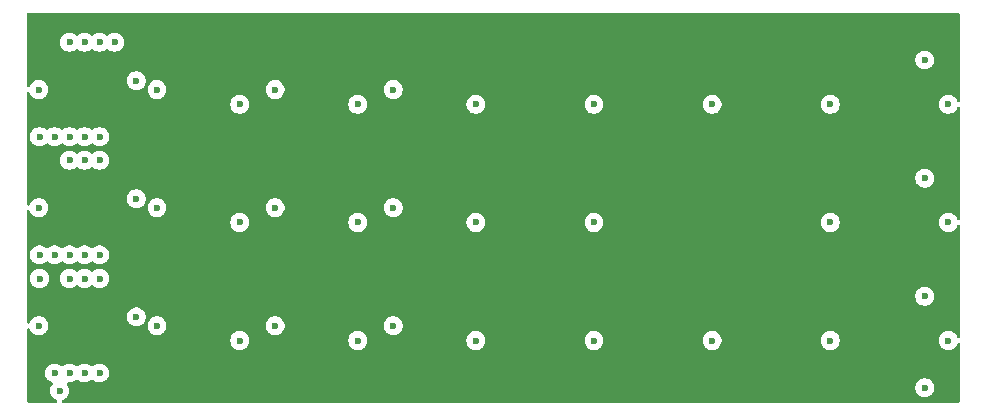
<source format=gbr>
%TF.GenerationSoftware,KiCad,Pcbnew,9.0.3*%
%TF.CreationDate,2025-08-28T14:22:22-04:00*%
%TF.ProjectId,Shift-LED-Board,53686966-742d-44c4-9544-2d426f617264,rev?*%
%TF.SameCoordinates,Original*%
%TF.FileFunction,Copper,L3,Inr*%
%TF.FilePolarity,Positive*%
%FSLAX46Y46*%
G04 Gerber Fmt 4.6, Leading zero omitted, Abs format (unit mm)*
G04 Created by KiCad (PCBNEW 9.0.3) date 2025-08-28 14:22:22*
%MOMM*%
%LPD*%
G01*
G04 APERTURE LIST*
%TA.AperFunction,ViaPad*%
%ADD10C,0.600000*%
%TD*%
G04 APERTURE END LIST*
D10*
%TO.N,GND*%
X171000000Y-71250000D03*
X104250000Y-45250000D03*
X113000000Y-47250000D03*
X123000000Y-57250000D03*
X123000000Y-47250000D03*
X163000000Y-57250000D03*
X96055000Y-50000000D03*
X113000000Y-67250000D03*
X97750000Y-71500000D03*
X153000000Y-47250000D03*
X143000000Y-47250000D03*
X163000000Y-67250000D03*
X173000000Y-57250000D03*
X133000000Y-57250000D03*
X143000000Y-67250000D03*
X163000000Y-47250000D03*
X173000000Y-47250000D03*
X104250000Y-55250000D03*
X173000000Y-67250000D03*
X133000000Y-67250000D03*
X123000000Y-67250000D03*
X96055000Y-60000000D03*
X113000000Y-57250000D03*
X143000000Y-57250000D03*
X133000000Y-47250000D03*
X104250000Y-65250000D03*
X153000000Y-67250000D03*
%TO.N,/5V*%
X171000000Y-40750000D03*
X106000000Y-53525000D03*
X106000000Y-63525000D03*
X98000000Y-40000000D03*
X106000000Y-43525000D03*
%TO.N,Net-(U1-QA)*%
X96000000Y-46000000D03*
%TO.N,Net-(U1-QB)*%
X106000000Y-46000000D03*
%TO.N,Net-(U1-QC)*%
X116000000Y-46000000D03*
%TO.N,Net-(U1-QD)*%
X126000000Y-46000000D03*
%TO.N,Net-(U1-QE)*%
X101135000Y-50000000D03*
%TO.N,Net-(U1-QF)*%
X99865000Y-50000000D03*
%TO.N,Net-(U1-QG)*%
X98595000Y-50000000D03*
%TO.N,Net-(U1-QH)*%
X97325000Y-50000000D03*
%TO.N,Net-(U2-QA)*%
X96000000Y-56000000D03*
%TO.N,Net-(U2-QB)*%
X106000000Y-56000000D03*
%TO.N,Net-(U2-QC)*%
X116000000Y-56000000D03*
%TO.N,Net-(U2-QD)*%
X126000000Y-56000000D03*
%TO.N,Net-(U2-QE)*%
X101135000Y-60000000D03*
%TO.N,Net-(U2-QF)*%
X99865000Y-60000000D03*
%TO.N,Net-(U2-QG)*%
X98595000Y-60000000D03*
%TO.N,Net-(U2-QH)*%
X97325000Y-60000000D03*
%TO.N,Net-(U3-QA)*%
X96000000Y-66000000D03*
%TO.N,Net-(U3-QB)*%
X106000000Y-66000000D03*
%TO.N,Net-(U3-QC)*%
X116000000Y-66000000D03*
%TO.N,Net-(U3-QD)*%
X126000000Y-66000000D03*
%TO.N,Net-(U3-QE)*%
X101135000Y-70000000D03*
%TO.N,Net-(U3-QF)*%
X99865000Y-70000000D03*
%TO.N,Net-(U3-QG)*%
X98595000Y-70000000D03*
%TO.N,Net-(U3-QH)*%
X97325000Y-70000000D03*
%TO.N,/SER_IN*%
X102405000Y-42000000D03*
%TO.N,/SR_CLK*%
X98595000Y-52000000D03*
X98595000Y-42000000D03*
X98595000Y-62000000D03*
X171000000Y-63500000D03*
%TO.N,/OE*%
X101135000Y-42000000D03*
X101135000Y-62000000D03*
X101135000Y-52000000D03*
%TO.N,/RC_CLK*%
X171000000Y-53500000D03*
X99865000Y-42000000D03*
X99865000Y-62000000D03*
X99865000Y-52000000D03*
%TO.N,/SER_OUT*%
X171000000Y-43500000D03*
X96055000Y-62000000D03*
%TD*%
%TA.AperFunction,Conductor*%
%TO.N,/5V*%
G36*
X173942539Y-39520185D02*
G01*
X173988294Y-39572989D01*
X173999500Y-39624500D01*
X173999500Y-46947809D01*
X173979815Y-47014848D01*
X173927011Y-47060603D01*
X173857853Y-47070547D01*
X173794297Y-47041522D01*
X173760939Y-46995261D01*
X173709397Y-46870827D01*
X173709390Y-46870814D01*
X173621789Y-46739711D01*
X173621786Y-46739707D01*
X173510292Y-46628213D01*
X173510288Y-46628210D01*
X173379185Y-46540609D01*
X173379172Y-46540602D01*
X173233501Y-46480264D01*
X173233489Y-46480261D01*
X173078845Y-46449500D01*
X173078842Y-46449500D01*
X172921158Y-46449500D01*
X172921155Y-46449500D01*
X172766510Y-46480261D01*
X172766498Y-46480264D01*
X172620827Y-46540602D01*
X172620814Y-46540609D01*
X172489711Y-46628210D01*
X172489707Y-46628213D01*
X172378213Y-46739707D01*
X172378210Y-46739711D01*
X172290609Y-46870814D01*
X172290602Y-46870827D01*
X172230264Y-47016498D01*
X172230261Y-47016510D01*
X172199500Y-47171153D01*
X172199500Y-47328846D01*
X172230261Y-47483489D01*
X172230264Y-47483501D01*
X172290602Y-47629172D01*
X172290609Y-47629185D01*
X172378210Y-47760288D01*
X172378213Y-47760292D01*
X172489707Y-47871786D01*
X172489711Y-47871789D01*
X172620814Y-47959390D01*
X172620827Y-47959397D01*
X172766498Y-48019735D01*
X172766503Y-48019737D01*
X172921153Y-48050499D01*
X172921156Y-48050500D01*
X172921158Y-48050500D01*
X173078844Y-48050500D01*
X173078845Y-48050499D01*
X173233497Y-48019737D01*
X173379179Y-47959394D01*
X173510289Y-47871789D01*
X173621789Y-47760289D01*
X173709394Y-47629179D01*
X173760939Y-47504738D01*
X173804779Y-47450334D01*
X173871074Y-47428269D01*
X173938773Y-47445548D01*
X173986384Y-47496685D01*
X173999500Y-47552190D01*
X173999500Y-56947809D01*
X173979815Y-57014848D01*
X173927011Y-57060603D01*
X173857853Y-57070547D01*
X173794297Y-57041522D01*
X173760939Y-56995261D01*
X173709397Y-56870827D01*
X173709390Y-56870814D01*
X173621789Y-56739711D01*
X173621786Y-56739707D01*
X173510292Y-56628213D01*
X173510288Y-56628210D01*
X173379185Y-56540609D01*
X173379172Y-56540602D01*
X173233501Y-56480264D01*
X173233489Y-56480261D01*
X173078845Y-56449500D01*
X173078842Y-56449500D01*
X172921158Y-56449500D01*
X172921155Y-56449500D01*
X172766510Y-56480261D01*
X172766498Y-56480264D01*
X172620827Y-56540602D01*
X172620814Y-56540609D01*
X172489711Y-56628210D01*
X172489707Y-56628213D01*
X172378213Y-56739707D01*
X172378210Y-56739711D01*
X172290609Y-56870814D01*
X172290602Y-56870827D01*
X172230264Y-57016498D01*
X172230261Y-57016510D01*
X172199500Y-57171153D01*
X172199500Y-57328846D01*
X172230261Y-57483489D01*
X172230264Y-57483501D01*
X172290602Y-57629172D01*
X172290609Y-57629185D01*
X172378210Y-57760288D01*
X172378213Y-57760292D01*
X172489707Y-57871786D01*
X172489711Y-57871789D01*
X172620814Y-57959390D01*
X172620827Y-57959397D01*
X172766498Y-58019735D01*
X172766503Y-58019737D01*
X172921153Y-58050499D01*
X172921156Y-58050500D01*
X172921158Y-58050500D01*
X173078844Y-58050500D01*
X173078845Y-58050499D01*
X173233497Y-58019737D01*
X173379179Y-57959394D01*
X173510289Y-57871789D01*
X173621789Y-57760289D01*
X173709394Y-57629179D01*
X173760939Y-57504738D01*
X173804779Y-57450334D01*
X173871074Y-57428269D01*
X173938773Y-57445548D01*
X173986384Y-57496685D01*
X173999500Y-57552190D01*
X173999500Y-66947809D01*
X173979815Y-67014848D01*
X173927011Y-67060603D01*
X173857853Y-67070547D01*
X173794297Y-67041522D01*
X173760939Y-66995261D01*
X173709397Y-66870827D01*
X173709390Y-66870814D01*
X173621789Y-66739711D01*
X173621786Y-66739707D01*
X173510292Y-66628213D01*
X173510288Y-66628210D01*
X173379185Y-66540609D01*
X173379172Y-66540602D01*
X173233501Y-66480264D01*
X173233489Y-66480261D01*
X173078845Y-66449500D01*
X173078842Y-66449500D01*
X172921158Y-66449500D01*
X172921155Y-66449500D01*
X172766510Y-66480261D01*
X172766498Y-66480264D01*
X172620827Y-66540602D01*
X172620814Y-66540609D01*
X172489711Y-66628210D01*
X172489707Y-66628213D01*
X172378213Y-66739707D01*
X172378210Y-66739711D01*
X172290609Y-66870814D01*
X172290602Y-66870827D01*
X172230264Y-67016498D01*
X172230261Y-67016510D01*
X172199500Y-67171153D01*
X172199500Y-67328846D01*
X172230261Y-67483489D01*
X172230264Y-67483501D01*
X172290602Y-67629172D01*
X172290609Y-67629185D01*
X172378210Y-67760288D01*
X172378213Y-67760292D01*
X172489707Y-67871786D01*
X172489711Y-67871789D01*
X172620814Y-67959390D01*
X172620827Y-67959397D01*
X172766498Y-68019735D01*
X172766503Y-68019737D01*
X172921153Y-68050499D01*
X172921156Y-68050500D01*
X172921158Y-68050500D01*
X173078844Y-68050500D01*
X173078845Y-68050499D01*
X173233497Y-68019737D01*
X173379179Y-67959394D01*
X173510289Y-67871789D01*
X173621789Y-67760289D01*
X173709394Y-67629179D01*
X173760939Y-67504738D01*
X173804779Y-67450334D01*
X173871074Y-67428269D01*
X173938773Y-67445548D01*
X173986384Y-67496685D01*
X173999500Y-67552190D01*
X173999500Y-72375500D01*
X173979815Y-72442539D01*
X173927011Y-72488294D01*
X173875500Y-72499500D01*
X98052190Y-72499500D01*
X97985151Y-72479815D01*
X97939396Y-72427011D01*
X97929452Y-72357853D01*
X97958477Y-72294297D01*
X98004738Y-72260939D01*
X98129172Y-72209397D01*
X98129172Y-72209396D01*
X98129179Y-72209394D01*
X98260289Y-72121789D01*
X98371789Y-72010289D01*
X98459394Y-71879179D01*
X98519737Y-71733497D01*
X98550500Y-71578842D01*
X98550500Y-71421158D01*
X98550500Y-71421155D01*
X98550499Y-71421153D01*
X98519738Y-71266510D01*
X98519737Y-71266503D01*
X98480242Y-71171153D01*
X170199500Y-71171153D01*
X170199500Y-71328846D01*
X170230261Y-71483489D01*
X170230264Y-71483501D01*
X170290602Y-71629172D01*
X170290609Y-71629185D01*
X170378210Y-71760288D01*
X170378213Y-71760292D01*
X170489707Y-71871786D01*
X170489711Y-71871789D01*
X170620814Y-71959390D01*
X170620827Y-71959397D01*
X170766498Y-72019735D01*
X170766503Y-72019737D01*
X170921153Y-72050499D01*
X170921156Y-72050500D01*
X170921158Y-72050500D01*
X171078844Y-72050500D01*
X171078845Y-72050499D01*
X171233497Y-72019737D01*
X171379179Y-71959394D01*
X171510289Y-71871789D01*
X171621789Y-71760289D01*
X171709394Y-71629179D01*
X171769737Y-71483497D01*
X171800500Y-71328842D01*
X171800500Y-71171158D01*
X171800500Y-71171155D01*
X171800499Y-71171153D01*
X171769738Y-71016510D01*
X171769737Y-71016503D01*
X171769735Y-71016498D01*
X171709397Y-70870827D01*
X171709390Y-70870814D01*
X171621789Y-70739711D01*
X171621786Y-70739707D01*
X171510292Y-70628213D01*
X171510288Y-70628210D01*
X171379185Y-70540609D01*
X171379172Y-70540602D01*
X171233501Y-70480264D01*
X171233489Y-70480261D01*
X171078845Y-70449500D01*
X171078842Y-70449500D01*
X170921158Y-70449500D01*
X170921155Y-70449500D01*
X170766510Y-70480261D01*
X170766498Y-70480264D01*
X170620827Y-70540602D01*
X170620814Y-70540609D01*
X170489711Y-70628210D01*
X170489707Y-70628213D01*
X170378213Y-70739707D01*
X170378210Y-70739711D01*
X170290609Y-70870814D01*
X170290602Y-70870827D01*
X170230264Y-71016498D01*
X170230261Y-71016510D01*
X170199500Y-71171153D01*
X98480242Y-71171153D01*
X98479933Y-71170408D01*
X98459397Y-71120827D01*
X98459395Y-71120823D01*
X98459394Y-71120821D01*
X98371789Y-70989711D01*
X98371788Y-70989710D01*
X98370171Y-70987290D01*
X98349293Y-70920613D01*
X98367777Y-70853233D01*
X98419756Y-70806542D01*
X98488726Y-70795366D01*
X98497465Y-70796782D01*
X98516156Y-70800500D01*
X98516158Y-70800500D01*
X98673844Y-70800500D01*
X98673845Y-70800499D01*
X98828497Y-70769737D01*
X98974179Y-70709394D01*
X99105289Y-70621789D01*
X99105292Y-70621786D01*
X99142319Y-70584760D01*
X99203642Y-70551275D01*
X99273334Y-70556259D01*
X99317681Y-70584760D01*
X99354707Y-70621786D01*
X99354711Y-70621789D01*
X99485814Y-70709390D01*
X99485827Y-70709397D01*
X99559013Y-70739711D01*
X99631503Y-70769737D01*
X99786153Y-70800499D01*
X99786156Y-70800500D01*
X99786158Y-70800500D01*
X99943844Y-70800500D01*
X99943845Y-70800499D01*
X100098497Y-70769737D01*
X100244179Y-70709394D01*
X100375289Y-70621789D01*
X100375292Y-70621786D01*
X100412319Y-70584760D01*
X100473642Y-70551275D01*
X100543334Y-70556259D01*
X100587681Y-70584760D01*
X100624707Y-70621786D01*
X100624711Y-70621789D01*
X100755814Y-70709390D01*
X100755827Y-70709397D01*
X100829013Y-70739711D01*
X100901503Y-70769737D01*
X101056153Y-70800499D01*
X101056156Y-70800500D01*
X101056158Y-70800500D01*
X101213844Y-70800500D01*
X101213845Y-70800499D01*
X101368497Y-70769737D01*
X101514179Y-70709394D01*
X101645289Y-70621789D01*
X101756789Y-70510289D01*
X101844394Y-70379179D01*
X101904737Y-70233497D01*
X101935500Y-70078842D01*
X101935500Y-69921158D01*
X101935500Y-69921155D01*
X101935499Y-69921153D01*
X101904738Y-69766510D01*
X101904737Y-69766503D01*
X101904735Y-69766498D01*
X101844397Y-69620827D01*
X101844390Y-69620814D01*
X101756789Y-69489711D01*
X101756786Y-69489707D01*
X101645292Y-69378213D01*
X101645288Y-69378210D01*
X101514185Y-69290609D01*
X101514172Y-69290602D01*
X101368501Y-69230264D01*
X101368489Y-69230261D01*
X101213845Y-69199500D01*
X101213842Y-69199500D01*
X101056158Y-69199500D01*
X101056155Y-69199500D01*
X100901510Y-69230261D01*
X100901498Y-69230264D01*
X100755827Y-69290602D01*
X100755814Y-69290609D01*
X100624711Y-69378210D01*
X100624707Y-69378213D01*
X100587681Y-69415240D01*
X100526358Y-69448725D01*
X100456666Y-69443741D01*
X100412319Y-69415240D01*
X100375292Y-69378213D01*
X100375288Y-69378210D01*
X100244185Y-69290609D01*
X100244172Y-69290602D01*
X100098501Y-69230264D01*
X100098489Y-69230261D01*
X99943845Y-69199500D01*
X99943842Y-69199500D01*
X99786158Y-69199500D01*
X99786155Y-69199500D01*
X99631510Y-69230261D01*
X99631498Y-69230264D01*
X99485827Y-69290602D01*
X99485814Y-69290609D01*
X99354711Y-69378210D01*
X99354707Y-69378213D01*
X99317681Y-69415240D01*
X99256358Y-69448725D01*
X99186666Y-69443741D01*
X99142319Y-69415240D01*
X99105292Y-69378213D01*
X99105288Y-69378210D01*
X98974185Y-69290609D01*
X98974172Y-69290602D01*
X98828501Y-69230264D01*
X98828489Y-69230261D01*
X98673845Y-69199500D01*
X98673842Y-69199500D01*
X98516158Y-69199500D01*
X98516155Y-69199500D01*
X98361510Y-69230261D01*
X98361498Y-69230264D01*
X98215827Y-69290602D01*
X98215814Y-69290609D01*
X98084711Y-69378210D01*
X98084707Y-69378213D01*
X98047681Y-69415240D01*
X97986358Y-69448725D01*
X97916666Y-69443741D01*
X97872319Y-69415240D01*
X97835292Y-69378213D01*
X97835288Y-69378210D01*
X97704185Y-69290609D01*
X97704172Y-69290602D01*
X97558501Y-69230264D01*
X97558489Y-69230261D01*
X97403845Y-69199500D01*
X97403842Y-69199500D01*
X97246158Y-69199500D01*
X97246155Y-69199500D01*
X97091510Y-69230261D01*
X97091498Y-69230264D01*
X96945827Y-69290602D01*
X96945814Y-69290609D01*
X96814711Y-69378210D01*
X96814707Y-69378213D01*
X96703213Y-69489707D01*
X96703210Y-69489711D01*
X96615609Y-69620814D01*
X96615602Y-69620827D01*
X96555264Y-69766498D01*
X96555261Y-69766510D01*
X96524500Y-69921153D01*
X96524500Y-70078846D01*
X96555261Y-70233489D01*
X96555264Y-70233501D01*
X96615602Y-70379172D01*
X96615609Y-70379185D01*
X96703210Y-70510288D01*
X96703213Y-70510292D01*
X96814707Y-70621786D01*
X96814711Y-70621789D01*
X96945814Y-70709390D01*
X96945827Y-70709397D01*
X97097130Y-70772068D01*
X97096569Y-70773420D01*
X97148910Y-70807724D01*
X97177365Y-70871537D01*
X97166803Y-70940603D01*
X97142158Y-70975763D01*
X97128210Y-70989711D01*
X97040609Y-71120814D01*
X97040602Y-71120827D01*
X96980264Y-71266498D01*
X96980261Y-71266510D01*
X96949500Y-71421153D01*
X96949500Y-71578846D01*
X96980261Y-71733489D01*
X96980264Y-71733501D01*
X97040602Y-71879172D01*
X97040609Y-71879185D01*
X97128210Y-72010288D01*
X97128213Y-72010292D01*
X97239707Y-72121786D01*
X97239711Y-72121789D01*
X97370814Y-72209390D01*
X97370827Y-72209397D01*
X97495262Y-72260939D01*
X97549666Y-72304779D01*
X97571731Y-72371074D01*
X97554452Y-72438773D01*
X97503315Y-72486384D01*
X97447810Y-72499500D01*
X95124500Y-72499500D01*
X95057461Y-72479815D01*
X95011706Y-72427011D01*
X95000500Y-72375500D01*
X95000500Y-67171153D01*
X112199500Y-67171153D01*
X112199500Y-67328846D01*
X112230261Y-67483489D01*
X112230264Y-67483501D01*
X112290602Y-67629172D01*
X112290609Y-67629185D01*
X112378210Y-67760288D01*
X112378213Y-67760292D01*
X112489707Y-67871786D01*
X112489711Y-67871789D01*
X112620814Y-67959390D01*
X112620827Y-67959397D01*
X112766498Y-68019735D01*
X112766503Y-68019737D01*
X112921153Y-68050499D01*
X112921156Y-68050500D01*
X112921158Y-68050500D01*
X113078844Y-68050500D01*
X113078845Y-68050499D01*
X113233497Y-68019737D01*
X113379179Y-67959394D01*
X113510289Y-67871789D01*
X113621789Y-67760289D01*
X113709394Y-67629179D01*
X113769737Y-67483497D01*
X113800500Y-67328842D01*
X113800500Y-67171158D01*
X113800500Y-67171155D01*
X113800499Y-67171153D01*
X122199500Y-67171153D01*
X122199500Y-67328846D01*
X122230261Y-67483489D01*
X122230264Y-67483501D01*
X122290602Y-67629172D01*
X122290609Y-67629185D01*
X122378210Y-67760288D01*
X122378213Y-67760292D01*
X122489707Y-67871786D01*
X122489711Y-67871789D01*
X122620814Y-67959390D01*
X122620827Y-67959397D01*
X122766498Y-68019735D01*
X122766503Y-68019737D01*
X122921153Y-68050499D01*
X122921156Y-68050500D01*
X122921158Y-68050500D01*
X123078844Y-68050500D01*
X123078845Y-68050499D01*
X123233497Y-68019737D01*
X123379179Y-67959394D01*
X123510289Y-67871789D01*
X123621789Y-67760289D01*
X123709394Y-67629179D01*
X123769737Y-67483497D01*
X123800500Y-67328842D01*
X123800500Y-67171158D01*
X123800500Y-67171155D01*
X123800499Y-67171153D01*
X132199500Y-67171153D01*
X132199500Y-67328846D01*
X132230261Y-67483489D01*
X132230264Y-67483501D01*
X132290602Y-67629172D01*
X132290609Y-67629185D01*
X132378210Y-67760288D01*
X132378213Y-67760292D01*
X132489707Y-67871786D01*
X132489711Y-67871789D01*
X132620814Y-67959390D01*
X132620827Y-67959397D01*
X132766498Y-68019735D01*
X132766503Y-68019737D01*
X132921153Y-68050499D01*
X132921156Y-68050500D01*
X132921158Y-68050500D01*
X133078844Y-68050500D01*
X133078845Y-68050499D01*
X133233497Y-68019737D01*
X133379179Y-67959394D01*
X133510289Y-67871789D01*
X133621789Y-67760289D01*
X133709394Y-67629179D01*
X133769737Y-67483497D01*
X133800500Y-67328842D01*
X133800500Y-67171158D01*
X133800500Y-67171155D01*
X133800499Y-67171153D01*
X142199500Y-67171153D01*
X142199500Y-67328846D01*
X142230261Y-67483489D01*
X142230264Y-67483501D01*
X142290602Y-67629172D01*
X142290609Y-67629185D01*
X142378210Y-67760288D01*
X142378213Y-67760292D01*
X142489707Y-67871786D01*
X142489711Y-67871789D01*
X142620814Y-67959390D01*
X142620827Y-67959397D01*
X142766498Y-68019735D01*
X142766503Y-68019737D01*
X142921153Y-68050499D01*
X142921156Y-68050500D01*
X142921158Y-68050500D01*
X143078844Y-68050500D01*
X143078845Y-68050499D01*
X143233497Y-68019737D01*
X143379179Y-67959394D01*
X143510289Y-67871789D01*
X143621789Y-67760289D01*
X143709394Y-67629179D01*
X143769737Y-67483497D01*
X143800500Y-67328842D01*
X143800500Y-67171158D01*
X143800500Y-67171155D01*
X143800499Y-67171153D01*
X152199500Y-67171153D01*
X152199500Y-67328846D01*
X152230261Y-67483489D01*
X152230264Y-67483501D01*
X152290602Y-67629172D01*
X152290609Y-67629185D01*
X152378210Y-67760288D01*
X152378213Y-67760292D01*
X152489707Y-67871786D01*
X152489711Y-67871789D01*
X152620814Y-67959390D01*
X152620827Y-67959397D01*
X152766498Y-68019735D01*
X152766503Y-68019737D01*
X152921153Y-68050499D01*
X152921156Y-68050500D01*
X152921158Y-68050500D01*
X153078844Y-68050500D01*
X153078845Y-68050499D01*
X153233497Y-68019737D01*
X153379179Y-67959394D01*
X153510289Y-67871789D01*
X153621789Y-67760289D01*
X153709394Y-67629179D01*
X153769737Y-67483497D01*
X153800500Y-67328842D01*
X153800500Y-67171158D01*
X153800500Y-67171155D01*
X153800499Y-67171153D01*
X162199500Y-67171153D01*
X162199500Y-67328846D01*
X162230261Y-67483489D01*
X162230264Y-67483501D01*
X162290602Y-67629172D01*
X162290609Y-67629185D01*
X162378210Y-67760288D01*
X162378213Y-67760292D01*
X162489707Y-67871786D01*
X162489711Y-67871789D01*
X162620814Y-67959390D01*
X162620827Y-67959397D01*
X162766498Y-68019735D01*
X162766503Y-68019737D01*
X162921153Y-68050499D01*
X162921156Y-68050500D01*
X162921158Y-68050500D01*
X163078844Y-68050500D01*
X163078845Y-68050499D01*
X163233497Y-68019737D01*
X163379179Y-67959394D01*
X163510289Y-67871789D01*
X163621789Y-67760289D01*
X163709394Y-67629179D01*
X163769737Y-67483497D01*
X163800500Y-67328842D01*
X163800500Y-67171158D01*
X163800500Y-67171155D01*
X163800499Y-67171153D01*
X163778509Y-67060603D01*
X163769737Y-67016503D01*
X163769735Y-67016498D01*
X163709397Y-66870827D01*
X163709390Y-66870814D01*
X163621789Y-66739711D01*
X163621786Y-66739707D01*
X163510292Y-66628213D01*
X163510288Y-66628210D01*
X163379185Y-66540609D01*
X163379172Y-66540602D01*
X163233501Y-66480264D01*
X163233489Y-66480261D01*
X163078845Y-66449500D01*
X163078842Y-66449500D01*
X162921158Y-66449500D01*
X162921155Y-66449500D01*
X162766510Y-66480261D01*
X162766498Y-66480264D01*
X162620827Y-66540602D01*
X162620814Y-66540609D01*
X162489711Y-66628210D01*
X162489707Y-66628213D01*
X162378213Y-66739707D01*
X162378210Y-66739711D01*
X162290609Y-66870814D01*
X162290602Y-66870827D01*
X162230264Y-67016498D01*
X162230261Y-67016510D01*
X162199500Y-67171153D01*
X153800499Y-67171153D01*
X153778509Y-67060603D01*
X153769737Y-67016503D01*
X153769735Y-67016498D01*
X153709397Y-66870827D01*
X153709390Y-66870814D01*
X153621789Y-66739711D01*
X153621786Y-66739707D01*
X153510292Y-66628213D01*
X153510288Y-66628210D01*
X153379185Y-66540609D01*
X153379172Y-66540602D01*
X153233501Y-66480264D01*
X153233489Y-66480261D01*
X153078845Y-66449500D01*
X153078842Y-66449500D01*
X152921158Y-66449500D01*
X152921155Y-66449500D01*
X152766510Y-66480261D01*
X152766498Y-66480264D01*
X152620827Y-66540602D01*
X152620814Y-66540609D01*
X152489711Y-66628210D01*
X152489707Y-66628213D01*
X152378213Y-66739707D01*
X152378210Y-66739711D01*
X152290609Y-66870814D01*
X152290602Y-66870827D01*
X152230264Y-67016498D01*
X152230261Y-67016510D01*
X152199500Y-67171153D01*
X143800499Y-67171153D01*
X143778509Y-67060603D01*
X143769737Y-67016503D01*
X143769735Y-67016498D01*
X143709397Y-66870827D01*
X143709390Y-66870814D01*
X143621789Y-66739711D01*
X143621786Y-66739707D01*
X143510292Y-66628213D01*
X143510288Y-66628210D01*
X143379185Y-66540609D01*
X143379172Y-66540602D01*
X143233501Y-66480264D01*
X143233489Y-66480261D01*
X143078845Y-66449500D01*
X143078842Y-66449500D01*
X142921158Y-66449500D01*
X142921155Y-66449500D01*
X142766510Y-66480261D01*
X142766498Y-66480264D01*
X142620827Y-66540602D01*
X142620814Y-66540609D01*
X142489711Y-66628210D01*
X142489707Y-66628213D01*
X142378213Y-66739707D01*
X142378210Y-66739711D01*
X142290609Y-66870814D01*
X142290602Y-66870827D01*
X142230264Y-67016498D01*
X142230261Y-67016510D01*
X142199500Y-67171153D01*
X133800499Y-67171153D01*
X133778509Y-67060603D01*
X133769737Y-67016503D01*
X133769735Y-67016498D01*
X133709397Y-66870827D01*
X133709390Y-66870814D01*
X133621789Y-66739711D01*
X133621786Y-66739707D01*
X133510292Y-66628213D01*
X133510288Y-66628210D01*
X133379185Y-66540609D01*
X133379172Y-66540602D01*
X133233501Y-66480264D01*
X133233489Y-66480261D01*
X133078845Y-66449500D01*
X133078842Y-66449500D01*
X132921158Y-66449500D01*
X132921155Y-66449500D01*
X132766510Y-66480261D01*
X132766498Y-66480264D01*
X132620827Y-66540602D01*
X132620814Y-66540609D01*
X132489711Y-66628210D01*
X132489707Y-66628213D01*
X132378213Y-66739707D01*
X132378210Y-66739711D01*
X132290609Y-66870814D01*
X132290602Y-66870827D01*
X132230264Y-67016498D01*
X132230261Y-67016510D01*
X132199500Y-67171153D01*
X123800499Y-67171153D01*
X123778509Y-67060603D01*
X123769737Y-67016503D01*
X123769735Y-67016498D01*
X123709397Y-66870827D01*
X123709390Y-66870814D01*
X123621789Y-66739711D01*
X123621786Y-66739707D01*
X123510292Y-66628213D01*
X123510288Y-66628210D01*
X123379185Y-66540609D01*
X123379172Y-66540602D01*
X123233501Y-66480264D01*
X123233489Y-66480261D01*
X123078845Y-66449500D01*
X123078842Y-66449500D01*
X122921158Y-66449500D01*
X122921155Y-66449500D01*
X122766510Y-66480261D01*
X122766498Y-66480264D01*
X122620827Y-66540602D01*
X122620814Y-66540609D01*
X122489711Y-66628210D01*
X122489707Y-66628213D01*
X122378213Y-66739707D01*
X122378210Y-66739711D01*
X122290609Y-66870814D01*
X122290602Y-66870827D01*
X122230264Y-67016498D01*
X122230261Y-67016510D01*
X122199500Y-67171153D01*
X113800499Y-67171153D01*
X113778509Y-67060603D01*
X113769737Y-67016503D01*
X113769735Y-67016498D01*
X113709397Y-66870827D01*
X113709390Y-66870814D01*
X113621789Y-66739711D01*
X113621786Y-66739707D01*
X113510292Y-66628213D01*
X113510288Y-66628210D01*
X113379185Y-66540609D01*
X113379172Y-66540602D01*
X113233501Y-66480264D01*
X113233489Y-66480261D01*
X113078845Y-66449500D01*
X113078842Y-66449500D01*
X112921158Y-66449500D01*
X112921155Y-66449500D01*
X112766510Y-66480261D01*
X112766498Y-66480264D01*
X112620827Y-66540602D01*
X112620814Y-66540609D01*
X112489711Y-66628210D01*
X112489707Y-66628213D01*
X112378213Y-66739707D01*
X112378210Y-66739711D01*
X112290609Y-66870814D01*
X112290602Y-66870827D01*
X112230264Y-67016498D01*
X112230261Y-67016510D01*
X112199500Y-67171153D01*
X95000500Y-67171153D01*
X95000500Y-66302190D01*
X95020185Y-66235151D01*
X95072989Y-66189396D01*
X95142147Y-66179452D01*
X95205703Y-66208477D01*
X95239061Y-66254738D01*
X95290602Y-66379172D01*
X95290609Y-66379185D01*
X95378210Y-66510288D01*
X95378213Y-66510292D01*
X95489707Y-66621786D01*
X95489711Y-66621789D01*
X95620814Y-66709390D01*
X95620827Y-66709397D01*
X95694013Y-66739711D01*
X95766503Y-66769737D01*
X95921153Y-66800499D01*
X95921156Y-66800500D01*
X95921158Y-66800500D01*
X96078844Y-66800500D01*
X96078845Y-66800499D01*
X96233497Y-66769737D01*
X96379179Y-66709394D01*
X96510289Y-66621789D01*
X96621789Y-66510289D01*
X96709394Y-66379179D01*
X96769737Y-66233497D01*
X96800500Y-66078842D01*
X96800500Y-65921158D01*
X96800500Y-65921155D01*
X96800499Y-65921153D01*
X96769738Y-65766510D01*
X96769737Y-65766503D01*
X96760938Y-65745261D01*
X96709397Y-65620827D01*
X96709390Y-65620814D01*
X96621789Y-65489711D01*
X96621786Y-65489707D01*
X96510292Y-65378213D01*
X96510288Y-65378210D01*
X96379185Y-65290609D01*
X96379173Y-65290602D01*
X96352674Y-65279627D01*
X96233501Y-65230264D01*
X96233489Y-65230261D01*
X96078845Y-65199500D01*
X96078842Y-65199500D01*
X95921158Y-65199500D01*
X95921155Y-65199500D01*
X95766510Y-65230261D01*
X95766498Y-65230264D01*
X95620827Y-65290602D01*
X95620814Y-65290609D01*
X95489711Y-65378210D01*
X95489707Y-65378213D01*
X95378213Y-65489707D01*
X95378210Y-65489711D01*
X95290609Y-65620814D01*
X95290602Y-65620827D01*
X95239061Y-65745261D01*
X95195220Y-65799665D01*
X95128926Y-65821730D01*
X95061227Y-65804451D01*
X95013616Y-65753314D01*
X95000500Y-65697809D01*
X95000500Y-65171153D01*
X103449500Y-65171153D01*
X103449500Y-65328846D01*
X103480261Y-65483489D01*
X103480264Y-65483501D01*
X103540602Y-65629172D01*
X103540609Y-65629185D01*
X103628210Y-65760288D01*
X103628213Y-65760292D01*
X103739707Y-65871786D01*
X103739711Y-65871789D01*
X103870814Y-65959390D01*
X103870827Y-65959397D01*
X104016498Y-66019735D01*
X104016503Y-66019737D01*
X104171153Y-66050499D01*
X104171156Y-66050500D01*
X104171158Y-66050500D01*
X104328844Y-66050500D01*
X104328845Y-66050499D01*
X104483497Y-66019737D01*
X104629179Y-65959394D01*
X104686411Y-65921153D01*
X105199500Y-65921153D01*
X105199500Y-66078846D01*
X105230261Y-66233489D01*
X105230264Y-66233501D01*
X105290602Y-66379172D01*
X105290609Y-66379185D01*
X105378210Y-66510288D01*
X105378213Y-66510292D01*
X105489707Y-66621786D01*
X105489711Y-66621789D01*
X105620814Y-66709390D01*
X105620827Y-66709397D01*
X105694013Y-66739711D01*
X105766503Y-66769737D01*
X105921153Y-66800499D01*
X105921156Y-66800500D01*
X105921158Y-66800500D01*
X106078844Y-66800500D01*
X106078845Y-66800499D01*
X106233497Y-66769737D01*
X106379179Y-66709394D01*
X106510289Y-66621789D01*
X106621789Y-66510289D01*
X106709394Y-66379179D01*
X106769737Y-66233497D01*
X106800500Y-66078842D01*
X106800500Y-65921158D01*
X106800500Y-65921155D01*
X106800499Y-65921153D01*
X115199500Y-65921153D01*
X115199500Y-66078846D01*
X115230261Y-66233489D01*
X115230264Y-66233501D01*
X115290602Y-66379172D01*
X115290609Y-66379185D01*
X115378210Y-66510288D01*
X115378213Y-66510292D01*
X115489707Y-66621786D01*
X115489711Y-66621789D01*
X115620814Y-66709390D01*
X115620827Y-66709397D01*
X115694013Y-66739711D01*
X115766503Y-66769737D01*
X115921153Y-66800499D01*
X115921156Y-66800500D01*
X115921158Y-66800500D01*
X116078844Y-66800500D01*
X116078845Y-66800499D01*
X116233497Y-66769737D01*
X116379179Y-66709394D01*
X116510289Y-66621789D01*
X116621789Y-66510289D01*
X116709394Y-66379179D01*
X116769737Y-66233497D01*
X116800500Y-66078842D01*
X116800500Y-65921158D01*
X116800500Y-65921155D01*
X116800499Y-65921153D01*
X125199500Y-65921153D01*
X125199500Y-66078846D01*
X125230261Y-66233489D01*
X125230264Y-66233501D01*
X125290602Y-66379172D01*
X125290609Y-66379185D01*
X125378210Y-66510288D01*
X125378213Y-66510292D01*
X125489707Y-66621786D01*
X125489711Y-66621789D01*
X125620814Y-66709390D01*
X125620827Y-66709397D01*
X125694013Y-66739711D01*
X125766503Y-66769737D01*
X125921153Y-66800499D01*
X125921156Y-66800500D01*
X125921158Y-66800500D01*
X126078844Y-66800500D01*
X126078845Y-66800499D01*
X126233497Y-66769737D01*
X126379179Y-66709394D01*
X126510289Y-66621789D01*
X126621789Y-66510289D01*
X126709394Y-66379179D01*
X126769737Y-66233497D01*
X126800500Y-66078842D01*
X126800500Y-65921158D01*
X126800500Y-65921155D01*
X126800499Y-65921153D01*
X126769738Y-65766510D01*
X126769737Y-65766503D01*
X126760938Y-65745261D01*
X126709397Y-65620827D01*
X126709390Y-65620814D01*
X126621789Y-65489711D01*
X126621786Y-65489707D01*
X126510292Y-65378213D01*
X126510288Y-65378210D01*
X126379185Y-65290609D01*
X126379172Y-65290602D01*
X126233501Y-65230264D01*
X126233489Y-65230261D01*
X126078845Y-65199500D01*
X126078842Y-65199500D01*
X125921158Y-65199500D01*
X125921155Y-65199500D01*
X125766510Y-65230261D01*
X125766498Y-65230264D01*
X125620827Y-65290602D01*
X125620814Y-65290609D01*
X125489711Y-65378210D01*
X125489707Y-65378213D01*
X125378213Y-65489707D01*
X125378210Y-65489711D01*
X125290609Y-65620814D01*
X125290602Y-65620827D01*
X125230264Y-65766498D01*
X125230261Y-65766510D01*
X125199500Y-65921153D01*
X116800499Y-65921153D01*
X116769738Y-65766510D01*
X116769737Y-65766503D01*
X116760938Y-65745261D01*
X116709397Y-65620827D01*
X116709390Y-65620814D01*
X116621789Y-65489711D01*
X116621786Y-65489707D01*
X116510292Y-65378213D01*
X116510288Y-65378210D01*
X116379185Y-65290609D01*
X116379172Y-65290602D01*
X116233501Y-65230264D01*
X116233489Y-65230261D01*
X116078845Y-65199500D01*
X116078842Y-65199500D01*
X115921158Y-65199500D01*
X115921155Y-65199500D01*
X115766510Y-65230261D01*
X115766498Y-65230264D01*
X115620827Y-65290602D01*
X115620814Y-65290609D01*
X115489711Y-65378210D01*
X115489707Y-65378213D01*
X115378213Y-65489707D01*
X115378210Y-65489711D01*
X115290609Y-65620814D01*
X115290602Y-65620827D01*
X115230264Y-65766498D01*
X115230261Y-65766510D01*
X115199500Y-65921153D01*
X106800499Y-65921153D01*
X106769738Y-65766510D01*
X106769737Y-65766503D01*
X106760938Y-65745261D01*
X106709397Y-65620827D01*
X106709390Y-65620814D01*
X106621789Y-65489711D01*
X106621786Y-65489707D01*
X106510292Y-65378213D01*
X106510288Y-65378210D01*
X106379185Y-65290609D01*
X106379172Y-65290602D01*
X106233501Y-65230264D01*
X106233489Y-65230261D01*
X106078845Y-65199500D01*
X106078842Y-65199500D01*
X105921158Y-65199500D01*
X105921155Y-65199500D01*
X105766510Y-65230261D01*
X105766498Y-65230264D01*
X105620827Y-65290602D01*
X105620814Y-65290609D01*
X105489711Y-65378210D01*
X105489707Y-65378213D01*
X105378213Y-65489707D01*
X105378210Y-65489711D01*
X105290609Y-65620814D01*
X105290602Y-65620827D01*
X105230264Y-65766498D01*
X105230261Y-65766510D01*
X105199500Y-65921153D01*
X104686411Y-65921153D01*
X104760289Y-65871789D01*
X104760292Y-65871786D01*
X104804694Y-65827385D01*
X104871786Y-65760292D01*
X104871789Y-65760289D01*
X104959394Y-65629179D01*
X104962854Y-65620827D01*
X105017163Y-65489711D01*
X105019737Y-65483497D01*
X105050500Y-65328842D01*
X105050500Y-65171158D01*
X105050500Y-65171155D01*
X105050499Y-65171153D01*
X105019738Y-65016510D01*
X105019737Y-65016503D01*
X105019735Y-65016498D01*
X104959397Y-64870827D01*
X104959390Y-64870814D01*
X104871789Y-64739711D01*
X104871786Y-64739707D01*
X104760292Y-64628213D01*
X104760288Y-64628210D01*
X104629185Y-64540609D01*
X104629172Y-64540602D01*
X104483501Y-64480264D01*
X104483489Y-64480261D01*
X104328845Y-64449500D01*
X104328842Y-64449500D01*
X104171158Y-64449500D01*
X104171155Y-64449500D01*
X104016510Y-64480261D01*
X104016498Y-64480264D01*
X103870827Y-64540602D01*
X103870814Y-64540609D01*
X103739711Y-64628210D01*
X103739707Y-64628213D01*
X103628213Y-64739707D01*
X103628210Y-64739711D01*
X103540609Y-64870814D01*
X103540602Y-64870827D01*
X103480264Y-65016498D01*
X103480261Y-65016510D01*
X103449500Y-65171153D01*
X95000500Y-65171153D01*
X95000500Y-63421153D01*
X170199500Y-63421153D01*
X170199500Y-63578846D01*
X170230261Y-63733489D01*
X170230264Y-63733501D01*
X170290602Y-63879172D01*
X170290609Y-63879185D01*
X170378210Y-64010288D01*
X170378213Y-64010292D01*
X170489707Y-64121786D01*
X170489711Y-64121789D01*
X170620814Y-64209390D01*
X170620827Y-64209397D01*
X170766498Y-64269735D01*
X170766503Y-64269737D01*
X170921153Y-64300499D01*
X170921156Y-64300500D01*
X170921158Y-64300500D01*
X171078844Y-64300500D01*
X171078845Y-64300499D01*
X171233497Y-64269737D01*
X171379179Y-64209394D01*
X171510289Y-64121789D01*
X171621789Y-64010289D01*
X171709394Y-63879179D01*
X171769737Y-63733497D01*
X171800500Y-63578842D01*
X171800500Y-63421158D01*
X171800500Y-63421155D01*
X171800499Y-63421153D01*
X171769738Y-63266510D01*
X171769737Y-63266503D01*
X171769735Y-63266498D01*
X171709397Y-63120827D01*
X171709390Y-63120814D01*
X171621789Y-62989711D01*
X171621786Y-62989707D01*
X171510292Y-62878213D01*
X171510288Y-62878210D01*
X171379185Y-62790609D01*
X171379172Y-62790602D01*
X171233501Y-62730264D01*
X171233489Y-62730261D01*
X171078845Y-62699500D01*
X171078842Y-62699500D01*
X170921158Y-62699500D01*
X170921155Y-62699500D01*
X170766510Y-62730261D01*
X170766498Y-62730264D01*
X170620827Y-62790602D01*
X170620814Y-62790609D01*
X170489711Y-62878210D01*
X170489707Y-62878213D01*
X170378213Y-62989707D01*
X170378210Y-62989711D01*
X170290609Y-63120814D01*
X170290602Y-63120827D01*
X170230264Y-63266498D01*
X170230261Y-63266510D01*
X170199500Y-63421153D01*
X95000500Y-63421153D01*
X95000500Y-61921153D01*
X95254500Y-61921153D01*
X95254500Y-62078846D01*
X95285261Y-62233489D01*
X95285264Y-62233501D01*
X95345602Y-62379172D01*
X95345609Y-62379185D01*
X95433210Y-62510288D01*
X95433213Y-62510292D01*
X95544707Y-62621786D01*
X95544711Y-62621789D01*
X95675814Y-62709390D01*
X95675827Y-62709397D01*
X95821498Y-62769735D01*
X95821503Y-62769737D01*
X95976153Y-62800499D01*
X95976156Y-62800500D01*
X95976158Y-62800500D01*
X96133844Y-62800500D01*
X96133845Y-62800499D01*
X96288497Y-62769737D01*
X96434179Y-62709394D01*
X96565289Y-62621789D01*
X96676789Y-62510289D01*
X96764394Y-62379179D01*
X96824737Y-62233497D01*
X96855500Y-62078842D01*
X96855500Y-61921158D01*
X96855500Y-61921155D01*
X96855499Y-61921153D01*
X97794500Y-61921153D01*
X97794500Y-62078846D01*
X97825261Y-62233489D01*
X97825264Y-62233501D01*
X97885602Y-62379172D01*
X97885609Y-62379185D01*
X97973210Y-62510288D01*
X97973213Y-62510292D01*
X98084707Y-62621786D01*
X98084711Y-62621789D01*
X98215814Y-62709390D01*
X98215827Y-62709397D01*
X98361498Y-62769735D01*
X98361503Y-62769737D01*
X98516153Y-62800499D01*
X98516156Y-62800500D01*
X98516158Y-62800500D01*
X98673844Y-62800500D01*
X98673845Y-62800499D01*
X98828497Y-62769737D01*
X98974179Y-62709394D01*
X99105289Y-62621789D01*
X99105292Y-62621786D01*
X99142319Y-62584760D01*
X99203642Y-62551275D01*
X99273334Y-62556259D01*
X99317681Y-62584760D01*
X99354707Y-62621786D01*
X99354711Y-62621789D01*
X99485814Y-62709390D01*
X99485827Y-62709397D01*
X99631498Y-62769735D01*
X99631503Y-62769737D01*
X99786153Y-62800499D01*
X99786156Y-62800500D01*
X99786158Y-62800500D01*
X99943844Y-62800500D01*
X99943845Y-62800499D01*
X100098497Y-62769737D01*
X100244179Y-62709394D01*
X100375289Y-62621789D01*
X100375292Y-62621786D01*
X100412319Y-62584760D01*
X100473642Y-62551275D01*
X100543334Y-62556259D01*
X100587681Y-62584760D01*
X100624707Y-62621786D01*
X100624711Y-62621789D01*
X100755814Y-62709390D01*
X100755827Y-62709397D01*
X100901498Y-62769735D01*
X100901503Y-62769737D01*
X101056153Y-62800499D01*
X101056156Y-62800500D01*
X101056158Y-62800500D01*
X101213844Y-62800500D01*
X101213845Y-62800499D01*
X101368497Y-62769737D01*
X101514179Y-62709394D01*
X101645289Y-62621789D01*
X101756789Y-62510289D01*
X101844394Y-62379179D01*
X101904737Y-62233497D01*
X101935500Y-62078842D01*
X101935500Y-61921158D01*
X101935500Y-61921155D01*
X101935499Y-61921153D01*
X101904738Y-61766510D01*
X101904737Y-61766503D01*
X101904735Y-61766498D01*
X101844397Y-61620827D01*
X101844390Y-61620814D01*
X101756789Y-61489711D01*
X101756786Y-61489707D01*
X101645292Y-61378213D01*
X101645288Y-61378210D01*
X101514185Y-61290609D01*
X101514172Y-61290602D01*
X101368501Y-61230264D01*
X101368489Y-61230261D01*
X101213845Y-61199500D01*
X101213842Y-61199500D01*
X101056158Y-61199500D01*
X101056155Y-61199500D01*
X100901510Y-61230261D01*
X100901498Y-61230264D01*
X100755827Y-61290602D01*
X100755814Y-61290609D01*
X100624711Y-61378210D01*
X100624707Y-61378213D01*
X100587681Y-61415240D01*
X100526358Y-61448725D01*
X100456666Y-61443741D01*
X100412319Y-61415240D01*
X100375292Y-61378213D01*
X100375288Y-61378210D01*
X100244185Y-61290609D01*
X100244172Y-61290602D01*
X100098501Y-61230264D01*
X100098489Y-61230261D01*
X99943845Y-61199500D01*
X99943842Y-61199500D01*
X99786158Y-61199500D01*
X99786155Y-61199500D01*
X99631510Y-61230261D01*
X99631498Y-61230264D01*
X99485827Y-61290602D01*
X99485814Y-61290609D01*
X99354711Y-61378210D01*
X99354707Y-61378213D01*
X99317681Y-61415240D01*
X99256358Y-61448725D01*
X99186666Y-61443741D01*
X99142319Y-61415240D01*
X99105292Y-61378213D01*
X99105288Y-61378210D01*
X98974185Y-61290609D01*
X98974172Y-61290602D01*
X98828501Y-61230264D01*
X98828489Y-61230261D01*
X98673845Y-61199500D01*
X98673842Y-61199500D01*
X98516158Y-61199500D01*
X98516155Y-61199500D01*
X98361510Y-61230261D01*
X98361498Y-61230264D01*
X98215827Y-61290602D01*
X98215814Y-61290609D01*
X98084711Y-61378210D01*
X98084707Y-61378213D01*
X97973213Y-61489707D01*
X97973210Y-61489711D01*
X97885609Y-61620814D01*
X97885602Y-61620827D01*
X97825264Y-61766498D01*
X97825261Y-61766510D01*
X97794500Y-61921153D01*
X96855499Y-61921153D01*
X96824738Y-61766510D01*
X96824737Y-61766503D01*
X96824735Y-61766498D01*
X96764397Y-61620827D01*
X96764390Y-61620814D01*
X96676789Y-61489711D01*
X96676786Y-61489707D01*
X96565292Y-61378213D01*
X96565288Y-61378210D01*
X96434185Y-61290609D01*
X96434172Y-61290602D01*
X96288501Y-61230264D01*
X96288489Y-61230261D01*
X96133845Y-61199500D01*
X96133842Y-61199500D01*
X95976158Y-61199500D01*
X95976155Y-61199500D01*
X95821510Y-61230261D01*
X95821498Y-61230264D01*
X95675827Y-61290602D01*
X95675814Y-61290609D01*
X95544711Y-61378210D01*
X95544707Y-61378213D01*
X95433213Y-61489707D01*
X95433210Y-61489711D01*
X95345609Y-61620814D01*
X95345602Y-61620827D01*
X95285264Y-61766498D01*
X95285261Y-61766510D01*
X95254500Y-61921153D01*
X95000500Y-61921153D01*
X95000500Y-59921153D01*
X95254500Y-59921153D01*
X95254500Y-60078846D01*
X95285261Y-60233489D01*
X95285264Y-60233501D01*
X95345602Y-60379172D01*
X95345609Y-60379185D01*
X95433210Y-60510288D01*
X95433213Y-60510292D01*
X95544707Y-60621786D01*
X95544711Y-60621789D01*
X95675814Y-60709390D01*
X95675827Y-60709397D01*
X95821498Y-60769735D01*
X95821503Y-60769737D01*
X95976153Y-60800499D01*
X95976156Y-60800500D01*
X95976158Y-60800500D01*
X96133844Y-60800500D01*
X96133845Y-60800499D01*
X96288497Y-60769737D01*
X96434179Y-60709394D01*
X96565289Y-60621789D01*
X96565292Y-60621786D01*
X96602319Y-60584760D01*
X96663642Y-60551275D01*
X96733334Y-60556259D01*
X96777681Y-60584760D01*
X96814707Y-60621786D01*
X96814711Y-60621789D01*
X96945814Y-60709390D01*
X96945827Y-60709397D01*
X97091498Y-60769735D01*
X97091503Y-60769737D01*
X97246153Y-60800499D01*
X97246156Y-60800500D01*
X97246158Y-60800500D01*
X97403844Y-60800500D01*
X97403845Y-60800499D01*
X97558497Y-60769737D01*
X97704179Y-60709394D01*
X97835289Y-60621789D01*
X97835292Y-60621786D01*
X97872319Y-60584760D01*
X97933642Y-60551275D01*
X98003334Y-60556259D01*
X98047681Y-60584760D01*
X98084707Y-60621786D01*
X98084711Y-60621789D01*
X98215814Y-60709390D01*
X98215827Y-60709397D01*
X98361498Y-60769735D01*
X98361503Y-60769737D01*
X98516153Y-60800499D01*
X98516156Y-60800500D01*
X98516158Y-60800500D01*
X98673844Y-60800500D01*
X98673845Y-60800499D01*
X98828497Y-60769737D01*
X98974179Y-60709394D01*
X99105289Y-60621789D01*
X99105292Y-60621786D01*
X99142319Y-60584760D01*
X99203642Y-60551275D01*
X99273334Y-60556259D01*
X99317681Y-60584760D01*
X99354707Y-60621786D01*
X99354711Y-60621789D01*
X99485814Y-60709390D01*
X99485827Y-60709397D01*
X99631498Y-60769735D01*
X99631503Y-60769737D01*
X99786153Y-60800499D01*
X99786156Y-60800500D01*
X99786158Y-60800500D01*
X99943844Y-60800500D01*
X99943845Y-60800499D01*
X100098497Y-60769737D01*
X100244179Y-60709394D01*
X100375289Y-60621789D01*
X100375292Y-60621786D01*
X100412319Y-60584760D01*
X100473642Y-60551275D01*
X100543334Y-60556259D01*
X100587681Y-60584760D01*
X100624707Y-60621786D01*
X100624711Y-60621789D01*
X100755814Y-60709390D01*
X100755827Y-60709397D01*
X100901498Y-60769735D01*
X100901503Y-60769737D01*
X101056153Y-60800499D01*
X101056156Y-60800500D01*
X101056158Y-60800500D01*
X101213844Y-60800500D01*
X101213845Y-60800499D01*
X101368497Y-60769737D01*
X101514179Y-60709394D01*
X101645289Y-60621789D01*
X101756789Y-60510289D01*
X101844394Y-60379179D01*
X101904737Y-60233497D01*
X101935500Y-60078842D01*
X101935500Y-59921158D01*
X101935500Y-59921155D01*
X101935499Y-59921153D01*
X101904738Y-59766510D01*
X101904737Y-59766503D01*
X101904735Y-59766498D01*
X101844397Y-59620827D01*
X101844390Y-59620814D01*
X101756789Y-59489711D01*
X101756786Y-59489707D01*
X101645292Y-59378213D01*
X101645288Y-59378210D01*
X101514185Y-59290609D01*
X101514172Y-59290602D01*
X101368501Y-59230264D01*
X101368489Y-59230261D01*
X101213845Y-59199500D01*
X101213842Y-59199500D01*
X101056158Y-59199500D01*
X101056155Y-59199500D01*
X100901510Y-59230261D01*
X100901498Y-59230264D01*
X100755827Y-59290602D01*
X100755814Y-59290609D01*
X100624711Y-59378210D01*
X100624707Y-59378213D01*
X100587681Y-59415240D01*
X100526358Y-59448725D01*
X100456666Y-59443741D01*
X100412319Y-59415240D01*
X100375292Y-59378213D01*
X100375288Y-59378210D01*
X100244185Y-59290609D01*
X100244172Y-59290602D01*
X100098501Y-59230264D01*
X100098489Y-59230261D01*
X99943845Y-59199500D01*
X99943842Y-59199500D01*
X99786158Y-59199500D01*
X99786155Y-59199500D01*
X99631510Y-59230261D01*
X99631498Y-59230264D01*
X99485827Y-59290602D01*
X99485814Y-59290609D01*
X99354711Y-59378210D01*
X99354707Y-59378213D01*
X99317681Y-59415240D01*
X99256358Y-59448725D01*
X99186666Y-59443741D01*
X99142319Y-59415240D01*
X99105292Y-59378213D01*
X99105288Y-59378210D01*
X98974185Y-59290609D01*
X98974172Y-59290602D01*
X98828501Y-59230264D01*
X98828489Y-59230261D01*
X98673845Y-59199500D01*
X98673842Y-59199500D01*
X98516158Y-59199500D01*
X98516155Y-59199500D01*
X98361510Y-59230261D01*
X98361498Y-59230264D01*
X98215827Y-59290602D01*
X98215814Y-59290609D01*
X98084711Y-59378210D01*
X98084707Y-59378213D01*
X98047681Y-59415240D01*
X97986358Y-59448725D01*
X97916666Y-59443741D01*
X97872319Y-59415240D01*
X97835292Y-59378213D01*
X97835288Y-59378210D01*
X97704185Y-59290609D01*
X97704172Y-59290602D01*
X97558501Y-59230264D01*
X97558489Y-59230261D01*
X97403845Y-59199500D01*
X97403842Y-59199500D01*
X97246158Y-59199500D01*
X97246155Y-59199500D01*
X97091510Y-59230261D01*
X97091498Y-59230264D01*
X96945827Y-59290602D01*
X96945814Y-59290609D01*
X96814711Y-59378210D01*
X96814707Y-59378213D01*
X96777681Y-59415240D01*
X96716358Y-59448725D01*
X96646666Y-59443741D01*
X96602319Y-59415240D01*
X96565292Y-59378213D01*
X96565288Y-59378210D01*
X96434185Y-59290609D01*
X96434172Y-59290602D01*
X96288501Y-59230264D01*
X96288489Y-59230261D01*
X96133845Y-59199500D01*
X96133842Y-59199500D01*
X95976158Y-59199500D01*
X95976155Y-59199500D01*
X95821510Y-59230261D01*
X95821498Y-59230264D01*
X95675827Y-59290602D01*
X95675814Y-59290609D01*
X95544711Y-59378210D01*
X95544707Y-59378213D01*
X95433213Y-59489707D01*
X95433210Y-59489711D01*
X95345609Y-59620814D01*
X95345602Y-59620827D01*
X95285264Y-59766498D01*
X95285261Y-59766510D01*
X95254500Y-59921153D01*
X95000500Y-59921153D01*
X95000500Y-57171153D01*
X112199500Y-57171153D01*
X112199500Y-57328846D01*
X112230261Y-57483489D01*
X112230264Y-57483501D01*
X112290602Y-57629172D01*
X112290609Y-57629185D01*
X112378210Y-57760288D01*
X112378213Y-57760292D01*
X112489707Y-57871786D01*
X112489711Y-57871789D01*
X112620814Y-57959390D01*
X112620827Y-57959397D01*
X112766498Y-58019735D01*
X112766503Y-58019737D01*
X112921153Y-58050499D01*
X112921156Y-58050500D01*
X112921158Y-58050500D01*
X113078844Y-58050500D01*
X113078845Y-58050499D01*
X113233497Y-58019737D01*
X113379179Y-57959394D01*
X113510289Y-57871789D01*
X113621789Y-57760289D01*
X113709394Y-57629179D01*
X113769737Y-57483497D01*
X113800500Y-57328842D01*
X113800500Y-57171158D01*
X113800500Y-57171155D01*
X113800499Y-57171153D01*
X122199500Y-57171153D01*
X122199500Y-57328846D01*
X122230261Y-57483489D01*
X122230264Y-57483501D01*
X122290602Y-57629172D01*
X122290609Y-57629185D01*
X122378210Y-57760288D01*
X122378213Y-57760292D01*
X122489707Y-57871786D01*
X122489711Y-57871789D01*
X122620814Y-57959390D01*
X122620827Y-57959397D01*
X122766498Y-58019735D01*
X122766503Y-58019737D01*
X122921153Y-58050499D01*
X122921156Y-58050500D01*
X122921158Y-58050500D01*
X123078844Y-58050500D01*
X123078845Y-58050499D01*
X123233497Y-58019737D01*
X123379179Y-57959394D01*
X123510289Y-57871789D01*
X123621789Y-57760289D01*
X123709394Y-57629179D01*
X123769737Y-57483497D01*
X123800500Y-57328842D01*
X123800500Y-57171158D01*
X123800500Y-57171155D01*
X123800499Y-57171153D01*
X132199500Y-57171153D01*
X132199500Y-57328846D01*
X132230261Y-57483489D01*
X132230264Y-57483501D01*
X132290602Y-57629172D01*
X132290609Y-57629185D01*
X132378210Y-57760288D01*
X132378213Y-57760292D01*
X132489707Y-57871786D01*
X132489711Y-57871789D01*
X132620814Y-57959390D01*
X132620827Y-57959397D01*
X132766498Y-58019735D01*
X132766503Y-58019737D01*
X132921153Y-58050499D01*
X132921156Y-58050500D01*
X132921158Y-58050500D01*
X133078844Y-58050500D01*
X133078845Y-58050499D01*
X133233497Y-58019737D01*
X133379179Y-57959394D01*
X133510289Y-57871789D01*
X133621789Y-57760289D01*
X133709394Y-57629179D01*
X133769737Y-57483497D01*
X133800500Y-57328842D01*
X133800500Y-57171158D01*
X133800500Y-57171155D01*
X133800499Y-57171153D01*
X142199500Y-57171153D01*
X142199500Y-57328846D01*
X142230261Y-57483489D01*
X142230264Y-57483501D01*
X142290602Y-57629172D01*
X142290609Y-57629185D01*
X142378210Y-57760288D01*
X142378213Y-57760292D01*
X142489707Y-57871786D01*
X142489711Y-57871789D01*
X142620814Y-57959390D01*
X142620827Y-57959397D01*
X142766498Y-58019735D01*
X142766503Y-58019737D01*
X142921153Y-58050499D01*
X142921156Y-58050500D01*
X142921158Y-58050500D01*
X143078844Y-58050500D01*
X143078845Y-58050499D01*
X143233497Y-58019737D01*
X143379179Y-57959394D01*
X143510289Y-57871789D01*
X143621789Y-57760289D01*
X143709394Y-57629179D01*
X143769737Y-57483497D01*
X143800500Y-57328842D01*
X143800500Y-57171158D01*
X143800500Y-57171155D01*
X143800499Y-57171153D01*
X162199500Y-57171153D01*
X162199500Y-57328846D01*
X162230261Y-57483489D01*
X162230264Y-57483501D01*
X162290602Y-57629172D01*
X162290609Y-57629185D01*
X162378210Y-57760288D01*
X162378213Y-57760292D01*
X162489707Y-57871786D01*
X162489711Y-57871789D01*
X162620814Y-57959390D01*
X162620827Y-57959397D01*
X162766498Y-58019735D01*
X162766503Y-58019737D01*
X162921153Y-58050499D01*
X162921156Y-58050500D01*
X162921158Y-58050500D01*
X163078844Y-58050500D01*
X163078845Y-58050499D01*
X163233497Y-58019737D01*
X163379179Y-57959394D01*
X163510289Y-57871789D01*
X163621789Y-57760289D01*
X163709394Y-57629179D01*
X163769737Y-57483497D01*
X163800500Y-57328842D01*
X163800500Y-57171158D01*
X163800500Y-57171155D01*
X163800499Y-57171153D01*
X163778509Y-57060603D01*
X163769737Y-57016503D01*
X163769735Y-57016498D01*
X163709397Y-56870827D01*
X163709390Y-56870814D01*
X163621789Y-56739711D01*
X163621786Y-56739707D01*
X163510292Y-56628213D01*
X163510288Y-56628210D01*
X163379185Y-56540609D01*
X163379172Y-56540602D01*
X163233501Y-56480264D01*
X163233489Y-56480261D01*
X163078845Y-56449500D01*
X163078842Y-56449500D01*
X162921158Y-56449500D01*
X162921155Y-56449500D01*
X162766510Y-56480261D01*
X162766498Y-56480264D01*
X162620827Y-56540602D01*
X162620814Y-56540609D01*
X162489711Y-56628210D01*
X162489707Y-56628213D01*
X162378213Y-56739707D01*
X162378210Y-56739711D01*
X162290609Y-56870814D01*
X162290602Y-56870827D01*
X162230264Y-57016498D01*
X162230261Y-57016510D01*
X162199500Y-57171153D01*
X143800499Y-57171153D01*
X143778509Y-57060603D01*
X143769737Y-57016503D01*
X143769735Y-57016498D01*
X143709397Y-56870827D01*
X143709390Y-56870814D01*
X143621789Y-56739711D01*
X143621786Y-56739707D01*
X143510292Y-56628213D01*
X143510288Y-56628210D01*
X143379185Y-56540609D01*
X143379172Y-56540602D01*
X143233501Y-56480264D01*
X143233489Y-56480261D01*
X143078845Y-56449500D01*
X143078842Y-56449500D01*
X142921158Y-56449500D01*
X142921155Y-56449500D01*
X142766510Y-56480261D01*
X142766498Y-56480264D01*
X142620827Y-56540602D01*
X142620814Y-56540609D01*
X142489711Y-56628210D01*
X142489707Y-56628213D01*
X142378213Y-56739707D01*
X142378210Y-56739711D01*
X142290609Y-56870814D01*
X142290602Y-56870827D01*
X142230264Y-57016498D01*
X142230261Y-57016510D01*
X142199500Y-57171153D01*
X133800499Y-57171153D01*
X133778509Y-57060603D01*
X133769737Y-57016503D01*
X133769735Y-57016498D01*
X133709397Y-56870827D01*
X133709390Y-56870814D01*
X133621789Y-56739711D01*
X133621786Y-56739707D01*
X133510292Y-56628213D01*
X133510288Y-56628210D01*
X133379185Y-56540609D01*
X133379172Y-56540602D01*
X133233501Y-56480264D01*
X133233489Y-56480261D01*
X133078845Y-56449500D01*
X133078842Y-56449500D01*
X132921158Y-56449500D01*
X132921155Y-56449500D01*
X132766510Y-56480261D01*
X132766498Y-56480264D01*
X132620827Y-56540602D01*
X132620814Y-56540609D01*
X132489711Y-56628210D01*
X132489707Y-56628213D01*
X132378213Y-56739707D01*
X132378210Y-56739711D01*
X132290609Y-56870814D01*
X132290602Y-56870827D01*
X132230264Y-57016498D01*
X132230261Y-57016510D01*
X132199500Y-57171153D01*
X123800499Y-57171153D01*
X123778509Y-57060603D01*
X123769737Y-57016503D01*
X123769735Y-57016498D01*
X123709397Y-56870827D01*
X123709390Y-56870814D01*
X123621789Y-56739711D01*
X123621786Y-56739707D01*
X123510292Y-56628213D01*
X123510288Y-56628210D01*
X123379185Y-56540609D01*
X123379172Y-56540602D01*
X123233501Y-56480264D01*
X123233489Y-56480261D01*
X123078845Y-56449500D01*
X123078842Y-56449500D01*
X122921158Y-56449500D01*
X122921155Y-56449500D01*
X122766510Y-56480261D01*
X122766498Y-56480264D01*
X122620827Y-56540602D01*
X122620814Y-56540609D01*
X122489711Y-56628210D01*
X122489707Y-56628213D01*
X122378213Y-56739707D01*
X122378210Y-56739711D01*
X122290609Y-56870814D01*
X122290602Y-56870827D01*
X122230264Y-57016498D01*
X122230261Y-57016510D01*
X122199500Y-57171153D01*
X113800499Y-57171153D01*
X113778509Y-57060603D01*
X113769737Y-57016503D01*
X113769735Y-57016498D01*
X113709397Y-56870827D01*
X113709390Y-56870814D01*
X113621789Y-56739711D01*
X113621786Y-56739707D01*
X113510292Y-56628213D01*
X113510288Y-56628210D01*
X113379185Y-56540609D01*
X113379172Y-56540602D01*
X113233501Y-56480264D01*
X113233489Y-56480261D01*
X113078845Y-56449500D01*
X113078842Y-56449500D01*
X112921158Y-56449500D01*
X112921155Y-56449500D01*
X112766510Y-56480261D01*
X112766498Y-56480264D01*
X112620827Y-56540602D01*
X112620814Y-56540609D01*
X112489711Y-56628210D01*
X112489707Y-56628213D01*
X112378213Y-56739707D01*
X112378210Y-56739711D01*
X112290609Y-56870814D01*
X112290602Y-56870827D01*
X112230264Y-57016498D01*
X112230261Y-57016510D01*
X112199500Y-57171153D01*
X95000500Y-57171153D01*
X95000500Y-56302190D01*
X95020185Y-56235151D01*
X95072989Y-56189396D01*
X95142147Y-56179452D01*
X95205703Y-56208477D01*
X95239061Y-56254738D01*
X95290602Y-56379172D01*
X95290609Y-56379185D01*
X95378210Y-56510288D01*
X95378213Y-56510292D01*
X95489707Y-56621786D01*
X95489711Y-56621789D01*
X95620814Y-56709390D01*
X95620827Y-56709397D01*
X95694013Y-56739711D01*
X95766503Y-56769737D01*
X95921153Y-56800499D01*
X95921156Y-56800500D01*
X95921158Y-56800500D01*
X96078844Y-56800500D01*
X96078845Y-56800499D01*
X96233497Y-56769737D01*
X96379179Y-56709394D01*
X96510289Y-56621789D01*
X96621789Y-56510289D01*
X96709394Y-56379179D01*
X96769737Y-56233497D01*
X96800500Y-56078842D01*
X96800500Y-55921158D01*
X96800500Y-55921155D01*
X96800499Y-55921153D01*
X96769738Y-55766510D01*
X96769737Y-55766503D01*
X96760938Y-55745261D01*
X96709397Y-55620827D01*
X96709390Y-55620814D01*
X96621789Y-55489711D01*
X96621786Y-55489707D01*
X96510292Y-55378213D01*
X96510288Y-55378210D01*
X96379185Y-55290609D01*
X96379173Y-55290602D01*
X96352674Y-55279627D01*
X96233501Y-55230264D01*
X96233489Y-55230261D01*
X96078845Y-55199500D01*
X96078842Y-55199500D01*
X95921158Y-55199500D01*
X95921155Y-55199500D01*
X95766510Y-55230261D01*
X95766498Y-55230264D01*
X95620827Y-55290602D01*
X95620814Y-55290609D01*
X95489711Y-55378210D01*
X95489707Y-55378213D01*
X95378213Y-55489707D01*
X95378210Y-55489711D01*
X95290609Y-55620814D01*
X95290602Y-55620827D01*
X95239061Y-55745261D01*
X95195220Y-55799665D01*
X95128926Y-55821730D01*
X95061227Y-55804451D01*
X95013616Y-55753314D01*
X95000500Y-55697809D01*
X95000500Y-55171153D01*
X103449500Y-55171153D01*
X103449500Y-55328846D01*
X103480261Y-55483489D01*
X103480264Y-55483501D01*
X103540602Y-55629172D01*
X103540609Y-55629185D01*
X103628210Y-55760288D01*
X103628213Y-55760292D01*
X103739707Y-55871786D01*
X103739711Y-55871789D01*
X103870814Y-55959390D01*
X103870827Y-55959397D01*
X104016498Y-56019735D01*
X104016503Y-56019737D01*
X104171153Y-56050499D01*
X104171156Y-56050500D01*
X104171158Y-56050500D01*
X104328844Y-56050500D01*
X104328845Y-56050499D01*
X104483497Y-56019737D01*
X104629179Y-55959394D01*
X104686411Y-55921153D01*
X105199500Y-55921153D01*
X105199500Y-56078846D01*
X105230261Y-56233489D01*
X105230264Y-56233501D01*
X105290602Y-56379172D01*
X105290609Y-56379185D01*
X105378210Y-56510288D01*
X105378213Y-56510292D01*
X105489707Y-56621786D01*
X105489711Y-56621789D01*
X105620814Y-56709390D01*
X105620827Y-56709397D01*
X105694013Y-56739711D01*
X105766503Y-56769737D01*
X105921153Y-56800499D01*
X105921156Y-56800500D01*
X105921158Y-56800500D01*
X106078844Y-56800500D01*
X106078845Y-56800499D01*
X106233497Y-56769737D01*
X106379179Y-56709394D01*
X106510289Y-56621789D01*
X106621789Y-56510289D01*
X106709394Y-56379179D01*
X106769737Y-56233497D01*
X106800500Y-56078842D01*
X106800500Y-55921158D01*
X106800500Y-55921155D01*
X106800499Y-55921153D01*
X115199500Y-55921153D01*
X115199500Y-56078846D01*
X115230261Y-56233489D01*
X115230264Y-56233501D01*
X115290602Y-56379172D01*
X115290609Y-56379185D01*
X115378210Y-56510288D01*
X115378213Y-56510292D01*
X115489707Y-56621786D01*
X115489711Y-56621789D01*
X115620814Y-56709390D01*
X115620827Y-56709397D01*
X115694013Y-56739711D01*
X115766503Y-56769737D01*
X115921153Y-56800499D01*
X115921156Y-56800500D01*
X115921158Y-56800500D01*
X116078844Y-56800500D01*
X116078845Y-56800499D01*
X116233497Y-56769737D01*
X116379179Y-56709394D01*
X116510289Y-56621789D01*
X116621789Y-56510289D01*
X116709394Y-56379179D01*
X116769737Y-56233497D01*
X116800500Y-56078842D01*
X116800500Y-55921158D01*
X116800500Y-55921155D01*
X116800499Y-55921153D01*
X125199500Y-55921153D01*
X125199500Y-56078846D01*
X125230261Y-56233489D01*
X125230264Y-56233501D01*
X125290602Y-56379172D01*
X125290609Y-56379185D01*
X125378210Y-56510288D01*
X125378213Y-56510292D01*
X125489707Y-56621786D01*
X125489711Y-56621789D01*
X125620814Y-56709390D01*
X125620827Y-56709397D01*
X125694013Y-56739711D01*
X125766503Y-56769737D01*
X125921153Y-56800499D01*
X125921156Y-56800500D01*
X125921158Y-56800500D01*
X126078844Y-56800500D01*
X126078845Y-56800499D01*
X126233497Y-56769737D01*
X126379179Y-56709394D01*
X126510289Y-56621789D01*
X126621789Y-56510289D01*
X126709394Y-56379179D01*
X126769737Y-56233497D01*
X126800500Y-56078842D01*
X126800500Y-55921158D01*
X126800500Y-55921155D01*
X126800499Y-55921153D01*
X126769738Y-55766510D01*
X126769737Y-55766503D01*
X126760938Y-55745261D01*
X126709397Y-55620827D01*
X126709390Y-55620814D01*
X126621789Y-55489711D01*
X126621786Y-55489707D01*
X126510292Y-55378213D01*
X126510288Y-55378210D01*
X126379185Y-55290609D01*
X126379172Y-55290602D01*
X126233501Y-55230264D01*
X126233489Y-55230261D01*
X126078845Y-55199500D01*
X126078842Y-55199500D01*
X125921158Y-55199500D01*
X125921155Y-55199500D01*
X125766510Y-55230261D01*
X125766498Y-55230264D01*
X125620827Y-55290602D01*
X125620814Y-55290609D01*
X125489711Y-55378210D01*
X125489707Y-55378213D01*
X125378213Y-55489707D01*
X125378210Y-55489711D01*
X125290609Y-55620814D01*
X125290602Y-55620827D01*
X125230264Y-55766498D01*
X125230261Y-55766510D01*
X125199500Y-55921153D01*
X116800499Y-55921153D01*
X116769738Y-55766510D01*
X116769737Y-55766503D01*
X116760938Y-55745261D01*
X116709397Y-55620827D01*
X116709390Y-55620814D01*
X116621789Y-55489711D01*
X116621786Y-55489707D01*
X116510292Y-55378213D01*
X116510288Y-55378210D01*
X116379185Y-55290609D01*
X116379172Y-55290602D01*
X116233501Y-55230264D01*
X116233489Y-55230261D01*
X116078845Y-55199500D01*
X116078842Y-55199500D01*
X115921158Y-55199500D01*
X115921155Y-55199500D01*
X115766510Y-55230261D01*
X115766498Y-55230264D01*
X115620827Y-55290602D01*
X115620814Y-55290609D01*
X115489711Y-55378210D01*
X115489707Y-55378213D01*
X115378213Y-55489707D01*
X115378210Y-55489711D01*
X115290609Y-55620814D01*
X115290602Y-55620827D01*
X115230264Y-55766498D01*
X115230261Y-55766510D01*
X115199500Y-55921153D01*
X106800499Y-55921153D01*
X106769738Y-55766510D01*
X106769737Y-55766503D01*
X106760938Y-55745261D01*
X106709397Y-55620827D01*
X106709390Y-55620814D01*
X106621789Y-55489711D01*
X106621786Y-55489707D01*
X106510292Y-55378213D01*
X106510288Y-55378210D01*
X106379185Y-55290609D01*
X106379172Y-55290602D01*
X106233501Y-55230264D01*
X106233489Y-55230261D01*
X106078845Y-55199500D01*
X106078842Y-55199500D01*
X105921158Y-55199500D01*
X105921155Y-55199500D01*
X105766510Y-55230261D01*
X105766498Y-55230264D01*
X105620827Y-55290602D01*
X105620814Y-55290609D01*
X105489711Y-55378210D01*
X105489707Y-55378213D01*
X105378213Y-55489707D01*
X105378210Y-55489711D01*
X105290609Y-55620814D01*
X105290602Y-55620827D01*
X105230264Y-55766498D01*
X105230261Y-55766510D01*
X105199500Y-55921153D01*
X104686411Y-55921153D01*
X104760289Y-55871789D01*
X104760292Y-55871786D01*
X104804694Y-55827385D01*
X104871786Y-55760292D01*
X104871789Y-55760289D01*
X104959394Y-55629179D01*
X104962854Y-55620827D01*
X105017163Y-55489711D01*
X105019737Y-55483497D01*
X105050500Y-55328842D01*
X105050500Y-55171158D01*
X105050500Y-55171155D01*
X105050499Y-55171153D01*
X105019738Y-55016510D01*
X105019737Y-55016503D01*
X105019735Y-55016498D01*
X104959397Y-54870827D01*
X104959390Y-54870814D01*
X104871789Y-54739711D01*
X104871786Y-54739707D01*
X104760292Y-54628213D01*
X104760288Y-54628210D01*
X104629185Y-54540609D01*
X104629172Y-54540602D01*
X104483501Y-54480264D01*
X104483489Y-54480261D01*
X104328845Y-54449500D01*
X104328842Y-54449500D01*
X104171158Y-54449500D01*
X104171155Y-54449500D01*
X104016510Y-54480261D01*
X104016498Y-54480264D01*
X103870827Y-54540602D01*
X103870814Y-54540609D01*
X103739711Y-54628210D01*
X103739707Y-54628213D01*
X103628213Y-54739707D01*
X103628210Y-54739711D01*
X103540609Y-54870814D01*
X103540602Y-54870827D01*
X103480264Y-55016498D01*
X103480261Y-55016510D01*
X103449500Y-55171153D01*
X95000500Y-55171153D01*
X95000500Y-53421153D01*
X170199500Y-53421153D01*
X170199500Y-53578846D01*
X170230261Y-53733489D01*
X170230264Y-53733501D01*
X170290602Y-53879172D01*
X170290609Y-53879185D01*
X170378210Y-54010288D01*
X170378213Y-54010292D01*
X170489707Y-54121786D01*
X170489711Y-54121789D01*
X170620814Y-54209390D01*
X170620827Y-54209397D01*
X170766498Y-54269735D01*
X170766503Y-54269737D01*
X170921153Y-54300499D01*
X170921156Y-54300500D01*
X170921158Y-54300500D01*
X171078844Y-54300500D01*
X171078845Y-54300499D01*
X171233497Y-54269737D01*
X171379179Y-54209394D01*
X171510289Y-54121789D01*
X171621789Y-54010289D01*
X171709394Y-53879179D01*
X171769737Y-53733497D01*
X171800500Y-53578842D01*
X171800500Y-53421158D01*
X171800500Y-53421155D01*
X171800499Y-53421153D01*
X171769738Y-53266510D01*
X171769737Y-53266503D01*
X171769735Y-53266498D01*
X171709397Y-53120827D01*
X171709390Y-53120814D01*
X171621789Y-52989711D01*
X171621786Y-52989707D01*
X171510292Y-52878213D01*
X171510288Y-52878210D01*
X171379185Y-52790609D01*
X171379172Y-52790602D01*
X171233501Y-52730264D01*
X171233489Y-52730261D01*
X171078845Y-52699500D01*
X171078842Y-52699500D01*
X170921158Y-52699500D01*
X170921155Y-52699500D01*
X170766510Y-52730261D01*
X170766498Y-52730264D01*
X170620827Y-52790602D01*
X170620814Y-52790609D01*
X170489711Y-52878210D01*
X170489707Y-52878213D01*
X170378213Y-52989707D01*
X170378210Y-52989711D01*
X170290609Y-53120814D01*
X170290602Y-53120827D01*
X170230264Y-53266498D01*
X170230261Y-53266510D01*
X170199500Y-53421153D01*
X95000500Y-53421153D01*
X95000500Y-51921153D01*
X97794500Y-51921153D01*
X97794500Y-52078846D01*
X97825261Y-52233489D01*
X97825264Y-52233501D01*
X97885602Y-52379172D01*
X97885609Y-52379185D01*
X97973210Y-52510288D01*
X97973213Y-52510292D01*
X98084707Y-52621786D01*
X98084711Y-52621789D01*
X98215814Y-52709390D01*
X98215827Y-52709397D01*
X98361498Y-52769735D01*
X98361503Y-52769737D01*
X98516153Y-52800499D01*
X98516156Y-52800500D01*
X98516158Y-52800500D01*
X98673844Y-52800500D01*
X98673845Y-52800499D01*
X98828497Y-52769737D01*
X98974179Y-52709394D01*
X99105289Y-52621789D01*
X99105292Y-52621786D01*
X99142319Y-52584760D01*
X99203642Y-52551275D01*
X99273334Y-52556259D01*
X99317681Y-52584760D01*
X99354707Y-52621786D01*
X99354711Y-52621789D01*
X99485814Y-52709390D01*
X99485827Y-52709397D01*
X99631498Y-52769735D01*
X99631503Y-52769737D01*
X99786153Y-52800499D01*
X99786156Y-52800500D01*
X99786158Y-52800500D01*
X99943844Y-52800500D01*
X99943845Y-52800499D01*
X100098497Y-52769737D01*
X100244179Y-52709394D01*
X100375289Y-52621789D01*
X100375292Y-52621786D01*
X100412319Y-52584760D01*
X100473642Y-52551275D01*
X100543334Y-52556259D01*
X100587681Y-52584760D01*
X100624707Y-52621786D01*
X100624711Y-52621789D01*
X100755814Y-52709390D01*
X100755827Y-52709397D01*
X100901498Y-52769735D01*
X100901503Y-52769737D01*
X101056153Y-52800499D01*
X101056156Y-52800500D01*
X101056158Y-52800500D01*
X101213844Y-52800500D01*
X101213845Y-52800499D01*
X101368497Y-52769737D01*
X101514179Y-52709394D01*
X101645289Y-52621789D01*
X101756789Y-52510289D01*
X101844394Y-52379179D01*
X101904737Y-52233497D01*
X101935500Y-52078842D01*
X101935500Y-51921158D01*
X101935500Y-51921155D01*
X101935499Y-51921153D01*
X101904738Y-51766510D01*
X101904737Y-51766503D01*
X101904735Y-51766498D01*
X101844397Y-51620827D01*
X101844390Y-51620814D01*
X101756789Y-51489711D01*
X101756786Y-51489707D01*
X101645292Y-51378213D01*
X101645288Y-51378210D01*
X101514185Y-51290609D01*
X101514172Y-51290602D01*
X101368501Y-51230264D01*
X101368489Y-51230261D01*
X101213845Y-51199500D01*
X101213842Y-51199500D01*
X101056158Y-51199500D01*
X101056155Y-51199500D01*
X100901510Y-51230261D01*
X100901498Y-51230264D01*
X100755827Y-51290602D01*
X100755814Y-51290609D01*
X100624711Y-51378210D01*
X100624707Y-51378213D01*
X100587681Y-51415240D01*
X100526358Y-51448725D01*
X100456666Y-51443741D01*
X100412319Y-51415240D01*
X100375292Y-51378213D01*
X100375288Y-51378210D01*
X100244185Y-51290609D01*
X100244172Y-51290602D01*
X100098501Y-51230264D01*
X100098489Y-51230261D01*
X99943845Y-51199500D01*
X99943842Y-51199500D01*
X99786158Y-51199500D01*
X99786155Y-51199500D01*
X99631510Y-51230261D01*
X99631498Y-51230264D01*
X99485827Y-51290602D01*
X99485814Y-51290609D01*
X99354711Y-51378210D01*
X99354707Y-51378213D01*
X99317681Y-51415240D01*
X99256358Y-51448725D01*
X99186666Y-51443741D01*
X99142319Y-51415240D01*
X99105292Y-51378213D01*
X99105288Y-51378210D01*
X98974185Y-51290609D01*
X98974172Y-51290602D01*
X98828501Y-51230264D01*
X98828489Y-51230261D01*
X98673845Y-51199500D01*
X98673842Y-51199500D01*
X98516158Y-51199500D01*
X98516155Y-51199500D01*
X98361510Y-51230261D01*
X98361498Y-51230264D01*
X98215827Y-51290602D01*
X98215814Y-51290609D01*
X98084711Y-51378210D01*
X98084707Y-51378213D01*
X97973213Y-51489707D01*
X97973210Y-51489711D01*
X97885609Y-51620814D01*
X97885602Y-51620827D01*
X97825264Y-51766498D01*
X97825261Y-51766510D01*
X97794500Y-51921153D01*
X95000500Y-51921153D01*
X95000500Y-49921153D01*
X95254500Y-49921153D01*
X95254500Y-50078846D01*
X95285261Y-50233489D01*
X95285264Y-50233501D01*
X95345602Y-50379172D01*
X95345609Y-50379185D01*
X95433210Y-50510288D01*
X95433213Y-50510292D01*
X95544707Y-50621786D01*
X95544711Y-50621789D01*
X95675814Y-50709390D01*
X95675827Y-50709397D01*
X95821498Y-50769735D01*
X95821503Y-50769737D01*
X95976153Y-50800499D01*
X95976156Y-50800500D01*
X95976158Y-50800500D01*
X96133844Y-50800500D01*
X96133845Y-50800499D01*
X96288497Y-50769737D01*
X96434179Y-50709394D01*
X96565289Y-50621789D01*
X96565292Y-50621786D01*
X96602319Y-50584760D01*
X96663642Y-50551275D01*
X96733334Y-50556259D01*
X96777681Y-50584760D01*
X96814707Y-50621786D01*
X96814711Y-50621789D01*
X96945814Y-50709390D01*
X96945827Y-50709397D01*
X97091498Y-50769735D01*
X97091503Y-50769737D01*
X97246153Y-50800499D01*
X97246156Y-50800500D01*
X97246158Y-50800500D01*
X97403844Y-50800500D01*
X97403845Y-50800499D01*
X97558497Y-50769737D01*
X97704179Y-50709394D01*
X97835289Y-50621789D01*
X97835292Y-50621786D01*
X97872319Y-50584760D01*
X97933642Y-50551275D01*
X98003334Y-50556259D01*
X98047681Y-50584760D01*
X98084707Y-50621786D01*
X98084711Y-50621789D01*
X98215814Y-50709390D01*
X98215827Y-50709397D01*
X98361498Y-50769735D01*
X98361503Y-50769737D01*
X98516153Y-50800499D01*
X98516156Y-50800500D01*
X98516158Y-50800500D01*
X98673844Y-50800500D01*
X98673845Y-50800499D01*
X98828497Y-50769737D01*
X98974179Y-50709394D01*
X99105289Y-50621789D01*
X99105292Y-50621786D01*
X99142319Y-50584760D01*
X99203642Y-50551275D01*
X99273334Y-50556259D01*
X99317681Y-50584760D01*
X99354707Y-50621786D01*
X99354711Y-50621789D01*
X99485814Y-50709390D01*
X99485827Y-50709397D01*
X99631498Y-50769735D01*
X99631503Y-50769737D01*
X99786153Y-50800499D01*
X99786156Y-50800500D01*
X99786158Y-50800500D01*
X99943844Y-50800500D01*
X99943845Y-50800499D01*
X100098497Y-50769737D01*
X100244179Y-50709394D01*
X100375289Y-50621789D01*
X100375292Y-50621786D01*
X100412319Y-50584760D01*
X100473642Y-50551275D01*
X100543334Y-50556259D01*
X100587681Y-50584760D01*
X100624707Y-50621786D01*
X100624711Y-50621789D01*
X100755814Y-50709390D01*
X100755827Y-50709397D01*
X100901498Y-50769735D01*
X100901503Y-50769737D01*
X101056153Y-50800499D01*
X101056156Y-50800500D01*
X101056158Y-50800500D01*
X101213844Y-50800500D01*
X101213845Y-50800499D01*
X101368497Y-50769737D01*
X101514179Y-50709394D01*
X101645289Y-50621789D01*
X101756789Y-50510289D01*
X101844394Y-50379179D01*
X101904737Y-50233497D01*
X101935500Y-50078842D01*
X101935500Y-49921158D01*
X101935500Y-49921155D01*
X101935499Y-49921153D01*
X101904738Y-49766510D01*
X101904737Y-49766503D01*
X101904735Y-49766498D01*
X101844397Y-49620827D01*
X101844390Y-49620814D01*
X101756789Y-49489711D01*
X101756786Y-49489707D01*
X101645292Y-49378213D01*
X101645288Y-49378210D01*
X101514185Y-49290609D01*
X101514172Y-49290602D01*
X101368501Y-49230264D01*
X101368489Y-49230261D01*
X101213845Y-49199500D01*
X101213842Y-49199500D01*
X101056158Y-49199500D01*
X101056155Y-49199500D01*
X100901510Y-49230261D01*
X100901498Y-49230264D01*
X100755827Y-49290602D01*
X100755814Y-49290609D01*
X100624711Y-49378210D01*
X100624707Y-49378213D01*
X100587681Y-49415240D01*
X100526358Y-49448725D01*
X100456666Y-49443741D01*
X100412319Y-49415240D01*
X100375292Y-49378213D01*
X100375288Y-49378210D01*
X100244185Y-49290609D01*
X100244172Y-49290602D01*
X100098501Y-49230264D01*
X100098489Y-49230261D01*
X99943845Y-49199500D01*
X99943842Y-49199500D01*
X99786158Y-49199500D01*
X99786155Y-49199500D01*
X99631510Y-49230261D01*
X99631498Y-49230264D01*
X99485827Y-49290602D01*
X99485814Y-49290609D01*
X99354711Y-49378210D01*
X99354707Y-49378213D01*
X99317681Y-49415240D01*
X99256358Y-49448725D01*
X99186666Y-49443741D01*
X99142319Y-49415240D01*
X99105292Y-49378213D01*
X99105288Y-49378210D01*
X98974185Y-49290609D01*
X98974172Y-49290602D01*
X98828501Y-49230264D01*
X98828489Y-49230261D01*
X98673845Y-49199500D01*
X98673842Y-49199500D01*
X98516158Y-49199500D01*
X98516155Y-49199500D01*
X98361510Y-49230261D01*
X98361498Y-49230264D01*
X98215827Y-49290602D01*
X98215814Y-49290609D01*
X98084711Y-49378210D01*
X98084707Y-49378213D01*
X98047681Y-49415240D01*
X97986358Y-49448725D01*
X97916666Y-49443741D01*
X97872319Y-49415240D01*
X97835292Y-49378213D01*
X97835288Y-49378210D01*
X97704185Y-49290609D01*
X97704172Y-49290602D01*
X97558501Y-49230264D01*
X97558489Y-49230261D01*
X97403845Y-49199500D01*
X97403842Y-49199500D01*
X97246158Y-49199500D01*
X97246155Y-49199500D01*
X97091510Y-49230261D01*
X97091498Y-49230264D01*
X96945827Y-49290602D01*
X96945814Y-49290609D01*
X96814711Y-49378210D01*
X96814707Y-49378213D01*
X96777681Y-49415240D01*
X96716358Y-49448725D01*
X96646666Y-49443741D01*
X96602319Y-49415240D01*
X96565292Y-49378213D01*
X96565288Y-49378210D01*
X96434185Y-49290609D01*
X96434172Y-49290602D01*
X96288501Y-49230264D01*
X96288489Y-49230261D01*
X96133845Y-49199500D01*
X96133842Y-49199500D01*
X95976158Y-49199500D01*
X95976155Y-49199500D01*
X95821510Y-49230261D01*
X95821498Y-49230264D01*
X95675827Y-49290602D01*
X95675814Y-49290609D01*
X95544711Y-49378210D01*
X95544707Y-49378213D01*
X95433213Y-49489707D01*
X95433210Y-49489711D01*
X95345609Y-49620814D01*
X95345602Y-49620827D01*
X95285264Y-49766498D01*
X95285261Y-49766510D01*
X95254500Y-49921153D01*
X95000500Y-49921153D01*
X95000500Y-47171153D01*
X112199500Y-47171153D01*
X112199500Y-47328846D01*
X112230261Y-47483489D01*
X112230264Y-47483501D01*
X112290602Y-47629172D01*
X112290609Y-47629185D01*
X112378210Y-47760288D01*
X112378213Y-47760292D01*
X112489707Y-47871786D01*
X112489711Y-47871789D01*
X112620814Y-47959390D01*
X112620827Y-47959397D01*
X112766498Y-48019735D01*
X112766503Y-48019737D01*
X112921153Y-48050499D01*
X112921156Y-48050500D01*
X112921158Y-48050500D01*
X113078844Y-48050500D01*
X113078845Y-48050499D01*
X113233497Y-48019737D01*
X113379179Y-47959394D01*
X113510289Y-47871789D01*
X113621789Y-47760289D01*
X113709394Y-47629179D01*
X113769737Y-47483497D01*
X113800500Y-47328842D01*
X113800500Y-47171158D01*
X113800500Y-47171155D01*
X113800499Y-47171153D01*
X122199500Y-47171153D01*
X122199500Y-47328846D01*
X122230261Y-47483489D01*
X122230264Y-47483501D01*
X122290602Y-47629172D01*
X122290609Y-47629185D01*
X122378210Y-47760288D01*
X122378213Y-47760292D01*
X122489707Y-47871786D01*
X122489711Y-47871789D01*
X122620814Y-47959390D01*
X122620827Y-47959397D01*
X122766498Y-48019735D01*
X122766503Y-48019737D01*
X122921153Y-48050499D01*
X122921156Y-48050500D01*
X122921158Y-48050500D01*
X123078844Y-48050500D01*
X123078845Y-48050499D01*
X123233497Y-48019737D01*
X123379179Y-47959394D01*
X123510289Y-47871789D01*
X123621789Y-47760289D01*
X123709394Y-47629179D01*
X123769737Y-47483497D01*
X123800500Y-47328842D01*
X123800500Y-47171158D01*
X123800500Y-47171155D01*
X123800499Y-47171153D01*
X132199500Y-47171153D01*
X132199500Y-47328846D01*
X132230261Y-47483489D01*
X132230264Y-47483501D01*
X132290602Y-47629172D01*
X132290609Y-47629185D01*
X132378210Y-47760288D01*
X132378213Y-47760292D01*
X132489707Y-47871786D01*
X132489711Y-47871789D01*
X132620814Y-47959390D01*
X132620827Y-47959397D01*
X132766498Y-48019735D01*
X132766503Y-48019737D01*
X132921153Y-48050499D01*
X132921156Y-48050500D01*
X132921158Y-48050500D01*
X133078844Y-48050500D01*
X133078845Y-48050499D01*
X133233497Y-48019737D01*
X133379179Y-47959394D01*
X133510289Y-47871789D01*
X133621789Y-47760289D01*
X133709394Y-47629179D01*
X133769737Y-47483497D01*
X133800500Y-47328842D01*
X133800500Y-47171158D01*
X133800500Y-47171155D01*
X133800499Y-47171153D01*
X142199500Y-47171153D01*
X142199500Y-47328846D01*
X142230261Y-47483489D01*
X142230264Y-47483501D01*
X142290602Y-47629172D01*
X142290609Y-47629185D01*
X142378210Y-47760288D01*
X142378213Y-47760292D01*
X142489707Y-47871786D01*
X142489711Y-47871789D01*
X142620814Y-47959390D01*
X142620827Y-47959397D01*
X142766498Y-48019735D01*
X142766503Y-48019737D01*
X142921153Y-48050499D01*
X142921156Y-48050500D01*
X142921158Y-48050500D01*
X143078844Y-48050500D01*
X143078845Y-48050499D01*
X143233497Y-48019737D01*
X143379179Y-47959394D01*
X143510289Y-47871789D01*
X143621789Y-47760289D01*
X143709394Y-47629179D01*
X143769737Y-47483497D01*
X143800500Y-47328842D01*
X143800500Y-47171158D01*
X143800500Y-47171155D01*
X143800499Y-47171153D01*
X152199500Y-47171153D01*
X152199500Y-47328846D01*
X152230261Y-47483489D01*
X152230264Y-47483501D01*
X152290602Y-47629172D01*
X152290609Y-47629185D01*
X152378210Y-47760288D01*
X152378213Y-47760292D01*
X152489707Y-47871786D01*
X152489711Y-47871789D01*
X152620814Y-47959390D01*
X152620827Y-47959397D01*
X152766498Y-48019735D01*
X152766503Y-48019737D01*
X152921153Y-48050499D01*
X152921156Y-48050500D01*
X152921158Y-48050500D01*
X153078844Y-48050500D01*
X153078845Y-48050499D01*
X153233497Y-48019737D01*
X153379179Y-47959394D01*
X153510289Y-47871789D01*
X153621789Y-47760289D01*
X153709394Y-47629179D01*
X153769737Y-47483497D01*
X153800500Y-47328842D01*
X153800500Y-47171158D01*
X153800500Y-47171155D01*
X153800499Y-47171153D01*
X162199500Y-47171153D01*
X162199500Y-47328846D01*
X162230261Y-47483489D01*
X162230264Y-47483501D01*
X162290602Y-47629172D01*
X162290609Y-47629185D01*
X162378210Y-47760288D01*
X162378213Y-47760292D01*
X162489707Y-47871786D01*
X162489711Y-47871789D01*
X162620814Y-47959390D01*
X162620827Y-47959397D01*
X162766498Y-48019735D01*
X162766503Y-48019737D01*
X162921153Y-48050499D01*
X162921156Y-48050500D01*
X162921158Y-48050500D01*
X163078844Y-48050500D01*
X163078845Y-48050499D01*
X163233497Y-48019737D01*
X163379179Y-47959394D01*
X163510289Y-47871789D01*
X163621789Y-47760289D01*
X163709394Y-47629179D01*
X163769737Y-47483497D01*
X163800500Y-47328842D01*
X163800500Y-47171158D01*
X163800500Y-47171155D01*
X163800499Y-47171153D01*
X163778509Y-47060603D01*
X163769737Y-47016503D01*
X163769735Y-47016498D01*
X163709397Y-46870827D01*
X163709390Y-46870814D01*
X163621789Y-46739711D01*
X163621786Y-46739707D01*
X163510292Y-46628213D01*
X163510288Y-46628210D01*
X163379185Y-46540609D01*
X163379172Y-46540602D01*
X163233501Y-46480264D01*
X163233489Y-46480261D01*
X163078845Y-46449500D01*
X163078842Y-46449500D01*
X162921158Y-46449500D01*
X162921155Y-46449500D01*
X162766510Y-46480261D01*
X162766498Y-46480264D01*
X162620827Y-46540602D01*
X162620814Y-46540609D01*
X162489711Y-46628210D01*
X162489707Y-46628213D01*
X162378213Y-46739707D01*
X162378210Y-46739711D01*
X162290609Y-46870814D01*
X162290602Y-46870827D01*
X162230264Y-47016498D01*
X162230261Y-47016510D01*
X162199500Y-47171153D01*
X153800499Y-47171153D01*
X153778509Y-47060603D01*
X153769737Y-47016503D01*
X153769735Y-47016498D01*
X153709397Y-46870827D01*
X153709390Y-46870814D01*
X153621789Y-46739711D01*
X153621786Y-46739707D01*
X153510292Y-46628213D01*
X153510288Y-46628210D01*
X153379185Y-46540609D01*
X153379172Y-46540602D01*
X153233501Y-46480264D01*
X153233489Y-46480261D01*
X153078845Y-46449500D01*
X153078842Y-46449500D01*
X152921158Y-46449500D01*
X152921155Y-46449500D01*
X152766510Y-46480261D01*
X152766498Y-46480264D01*
X152620827Y-46540602D01*
X152620814Y-46540609D01*
X152489711Y-46628210D01*
X152489707Y-46628213D01*
X152378213Y-46739707D01*
X152378210Y-46739711D01*
X152290609Y-46870814D01*
X152290602Y-46870827D01*
X152230264Y-47016498D01*
X152230261Y-47016510D01*
X152199500Y-47171153D01*
X143800499Y-47171153D01*
X143778509Y-47060603D01*
X143769737Y-47016503D01*
X143769735Y-47016498D01*
X143709397Y-46870827D01*
X143709390Y-46870814D01*
X143621789Y-46739711D01*
X143621786Y-46739707D01*
X143510292Y-46628213D01*
X143510288Y-46628210D01*
X143379185Y-46540609D01*
X143379172Y-46540602D01*
X143233501Y-46480264D01*
X143233489Y-46480261D01*
X143078845Y-46449500D01*
X143078842Y-46449500D01*
X142921158Y-46449500D01*
X142921155Y-46449500D01*
X142766510Y-46480261D01*
X142766498Y-46480264D01*
X142620827Y-46540602D01*
X142620814Y-46540609D01*
X142489711Y-46628210D01*
X142489707Y-46628213D01*
X142378213Y-46739707D01*
X142378210Y-46739711D01*
X142290609Y-46870814D01*
X142290602Y-46870827D01*
X142230264Y-47016498D01*
X142230261Y-47016510D01*
X142199500Y-47171153D01*
X133800499Y-47171153D01*
X133778509Y-47060603D01*
X133769737Y-47016503D01*
X133769735Y-47016498D01*
X133709397Y-46870827D01*
X133709390Y-46870814D01*
X133621789Y-46739711D01*
X133621786Y-46739707D01*
X133510292Y-46628213D01*
X133510288Y-46628210D01*
X133379185Y-46540609D01*
X133379172Y-46540602D01*
X133233501Y-46480264D01*
X133233489Y-46480261D01*
X133078845Y-46449500D01*
X133078842Y-46449500D01*
X132921158Y-46449500D01*
X132921155Y-46449500D01*
X132766510Y-46480261D01*
X132766498Y-46480264D01*
X132620827Y-46540602D01*
X132620814Y-46540609D01*
X132489711Y-46628210D01*
X132489707Y-46628213D01*
X132378213Y-46739707D01*
X132378210Y-46739711D01*
X132290609Y-46870814D01*
X132290602Y-46870827D01*
X132230264Y-47016498D01*
X132230261Y-47016510D01*
X132199500Y-47171153D01*
X123800499Y-47171153D01*
X123778509Y-47060603D01*
X123769737Y-47016503D01*
X123769735Y-47016498D01*
X123709397Y-46870827D01*
X123709390Y-46870814D01*
X123621789Y-46739711D01*
X123621786Y-46739707D01*
X123510292Y-46628213D01*
X123510288Y-46628210D01*
X123379185Y-46540609D01*
X123379172Y-46540602D01*
X123233501Y-46480264D01*
X123233489Y-46480261D01*
X123078845Y-46449500D01*
X123078842Y-46449500D01*
X122921158Y-46449500D01*
X122921155Y-46449500D01*
X122766510Y-46480261D01*
X122766498Y-46480264D01*
X122620827Y-46540602D01*
X122620814Y-46540609D01*
X122489711Y-46628210D01*
X122489707Y-46628213D01*
X122378213Y-46739707D01*
X122378210Y-46739711D01*
X122290609Y-46870814D01*
X122290602Y-46870827D01*
X122230264Y-47016498D01*
X122230261Y-47016510D01*
X122199500Y-47171153D01*
X113800499Y-47171153D01*
X113778509Y-47060603D01*
X113769737Y-47016503D01*
X113769735Y-47016498D01*
X113709397Y-46870827D01*
X113709390Y-46870814D01*
X113621789Y-46739711D01*
X113621786Y-46739707D01*
X113510292Y-46628213D01*
X113510288Y-46628210D01*
X113379185Y-46540609D01*
X113379172Y-46540602D01*
X113233501Y-46480264D01*
X113233489Y-46480261D01*
X113078845Y-46449500D01*
X113078842Y-46449500D01*
X112921158Y-46449500D01*
X112921155Y-46449500D01*
X112766510Y-46480261D01*
X112766498Y-46480264D01*
X112620827Y-46540602D01*
X112620814Y-46540609D01*
X112489711Y-46628210D01*
X112489707Y-46628213D01*
X112378213Y-46739707D01*
X112378210Y-46739711D01*
X112290609Y-46870814D01*
X112290602Y-46870827D01*
X112230264Y-47016498D01*
X112230261Y-47016510D01*
X112199500Y-47171153D01*
X95000500Y-47171153D01*
X95000500Y-46302190D01*
X95020185Y-46235151D01*
X95072989Y-46189396D01*
X95142147Y-46179452D01*
X95205703Y-46208477D01*
X95239061Y-46254738D01*
X95290602Y-46379172D01*
X95290609Y-46379185D01*
X95378210Y-46510288D01*
X95378213Y-46510292D01*
X95489707Y-46621786D01*
X95489711Y-46621789D01*
X95620814Y-46709390D01*
X95620827Y-46709397D01*
X95694013Y-46739711D01*
X95766503Y-46769737D01*
X95921153Y-46800499D01*
X95921156Y-46800500D01*
X95921158Y-46800500D01*
X96078844Y-46800500D01*
X96078845Y-46800499D01*
X96233497Y-46769737D01*
X96379179Y-46709394D01*
X96510289Y-46621789D01*
X96621789Y-46510289D01*
X96709394Y-46379179D01*
X96769737Y-46233497D01*
X96800500Y-46078842D01*
X96800500Y-45921158D01*
X96800500Y-45921155D01*
X96800499Y-45921153D01*
X96769738Y-45766510D01*
X96769737Y-45766503D01*
X96760938Y-45745261D01*
X96709397Y-45620827D01*
X96709390Y-45620814D01*
X96621789Y-45489711D01*
X96621786Y-45489707D01*
X96510292Y-45378213D01*
X96510288Y-45378210D01*
X96379185Y-45290609D01*
X96379173Y-45290602D01*
X96352674Y-45279627D01*
X96233501Y-45230264D01*
X96233489Y-45230261D01*
X96078845Y-45199500D01*
X96078842Y-45199500D01*
X95921158Y-45199500D01*
X95921155Y-45199500D01*
X95766510Y-45230261D01*
X95766498Y-45230264D01*
X95620827Y-45290602D01*
X95620814Y-45290609D01*
X95489711Y-45378210D01*
X95489707Y-45378213D01*
X95378213Y-45489707D01*
X95378210Y-45489711D01*
X95290609Y-45620814D01*
X95290602Y-45620827D01*
X95239061Y-45745261D01*
X95195220Y-45799665D01*
X95128926Y-45821730D01*
X95061227Y-45804451D01*
X95013616Y-45753314D01*
X95000500Y-45697809D01*
X95000500Y-45171153D01*
X103449500Y-45171153D01*
X103449500Y-45328846D01*
X103480261Y-45483489D01*
X103480264Y-45483501D01*
X103540602Y-45629172D01*
X103540609Y-45629185D01*
X103628210Y-45760288D01*
X103628213Y-45760292D01*
X103739707Y-45871786D01*
X103739711Y-45871789D01*
X103870814Y-45959390D01*
X103870827Y-45959397D01*
X104016498Y-46019735D01*
X104016503Y-46019737D01*
X104171153Y-46050499D01*
X104171156Y-46050500D01*
X104171158Y-46050500D01*
X104328844Y-46050500D01*
X104328845Y-46050499D01*
X104483497Y-46019737D01*
X104629179Y-45959394D01*
X104686411Y-45921153D01*
X105199500Y-45921153D01*
X105199500Y-46078846D01*
X105230261Y-46233489D01*
X105230264Y-46233501D01*
X105290602Y-46379172D01*
X105290609Y-46379185D01*
X105378210Y-46510288D01*
X105378213Y-46510292D01*
X105489707Y-46621786D01*
X105489711Y-46621789D01*
X105620814Y-46709390D01*
X105620827Y-46709397D01*
X105694013Y-46739711D01*
X105766503Y-46769737D01*
X105921153Y-46800499D01*
X105921156Y-46800500D01*
X105921158Y-46800500D01*
X106078844Y-46800500D01*
X106078845Y-46800499D01*
X106233497Y-46769737D01*
X106379179Y-46709394D01*
X106510289Y-46621789D01*
X106621789Y-46510289D01*
X106709394Y-46379179D01*
X106769737Y-46233497D01*
X106800500Y-46078842D01*
X106800500Y-45921158D01*
X106800500Y-45921155D01*
X106800499Y-45921153D01*
X115199500Y-45921153D01*
X115199500Y-46078846D01*
X115230261Y-46233489D01*
X115230264Y-46233501D01*
X115290602Y-46379172D01*
X115290609Y-46379185D01*
X115378210Y-46510288D01*
X115378213Y-46510292D01*
X115489707Y-46621786D01*
X115489711Y-46621789D01*
X115620814Y-46709390D01*
X115620827Y-46709397D01*
X115694013Y-46739711D01*
X115766503Y-46769737D01*
X115921153Y-46800499D01*
X115921156Y-46800500D01*
X115921158Y-46800500D01*
X116078844Y-46800500D01*
X116078845Y-46800499D01*
X116233497Y-46769737D01*
X116379179Y-46709394D01*
X116510289Y-46621789D01*
X116621789Y-46510289D01*
X116709394Y-46379179D01*
X116769737Y-46233497D01*
X116800500Y-46078842D01*
X116800500Y-45921158D01*
X116800500Y-45921155D01*
X116800499Y-45921153D01*
X125199500Y-45921153D01*
X125199500Y-46078846D01*
X125230261Y-46233489D01*
X125230264Y-46233501D01*
X125290602Y-46379172D01*
X125290609Y-46379185D01*
X125378210Y-46510288D01*
X125378213Y-46510292D01*
X125489707Y-46621786D01*
X125489711Y-46621789D01*
X125620814Y-46709390D01*
X125620827Y-46709397D01*
X125694013Y-46739711D01*
X125766503Y-46769737D01*
X125921153Y-46800499D01*
X125921156Y-46800500D01*
X125921158Y-46800500D01*
X126078844Y-46800500D01*
X126078845Y-46800499D01*
X126233497Y-46769737D01*
X126379179Y-46709394D01*
X126510289Y-46621789D01*
X126621789Y-46510289D01*
X126709394Y-46379179D01*
X126769737Y-46233497D01*
X126800500Y-46078842D01*
X126800500Y-45921158D01*
X126800500Y-45921155D01*
X126800499Y-45921153D01*
X126769738Y-45766510D01*
X126769737Y-45766503D01*
X126760938Y-45745261D01*
X126709397Y-45620827D01*
X126709390Y-45620814D01*
X126621789Y-45489711D01*
X126621786Y-45489707D01*
X126510292Y-45378213D01*
X126510288Y-45378210D01*
X126379185Y-45290609D01*
X126379172Y-45290602D01*
X126233501Y-45230264D01*
X126233489Y-45230261D01*
X126078845Y-45199500D01*
X126078842Y-45199500D01*
X125921158Y-45199500D01*
X125921155Y-45199500D01*
X125766510Y-45230261D01*
X125766498Y-45230264D01*
X125620827Y-45290602D01*
X125620814Y-45290609D01*
X125489711Y-45378210D01*
X125489707Y-45378213D01*
X125378213Y-45489707D01*
X125378210Y-45489711D01*
X125290609Y-45620814D01*
X125290602Y-45620827D01*
X125230264Y-45766498D01*
X125230261Y-45766510D01*
X125199500Y-45921153D01*
X116800499Y-45921153D01*
X116769738Y-45766510D01*
X116769737Y-45766503D01*
X116760938Y-45745261D01*
X116709397Y-45620827D01*
X116709390Y-45620814D01*
X116621789Y-45489711D01*
X116621786Y-45489707D01*
X116510292Y-45378213D01*
X116510288Y-45378210D01*
X116379185Y-45290609D01*
X116379172Y-45290602D01*
X116233501Y-45230264D01*
X116233489Y-45230261D01*
X116078845Y-45199500D01*
X116078842Y-45199500D01*
X115921158Y-45199500D01*
X115921155Y-45199500D01*
X115766510Y-45230261D01*
X115766498Y-45230264D01*
X115620827Y-45290602D01*
X115620814Y-45290609D01*
X115489711Y-45378210D01*
X115489707Y-45378213D01*
X115378213Y-45489707D01*
X115378210Y-45489711D01*
X115290609Y-45620814D01*
X115290602Y-45620827D01*
X115230264Y-45766498D01*
X115230261Y-45766510D01*
X115199500Y-45921153D01*
X106800499Y-45921153D01*
X106769738Y-45766510D01*
X106769737Y-45766503D01*
X106760938Y-45745261D01*
X106709397Y-45620827D01*
X106709390Y-45620814D01*
X106621789Y-45489711D01*
X106621786Y-45489707D01*
X106510292Y-45378213D01*
X106510288Y-45378210D01*
X106379185Y-45290609D01*
X106379172Y-45290602D01*
X106233501Y-45230264D01*
X106233489Y-45230261D01*
X106078845Y-45199500D01*
X106078842Y-45199500D01*
X105921158Y-45199500D01*
X105921155Y-45199500D01*
X105766510Y-45230261D01*
X105766498Y-45230264D01*
X105620827Y-45290602D01*
X105620814Y-45290609D01*
X105489711Y-45378210D01*
X105489707Y-45378213D01*
X105378213Y-45489707D01*
X105378210Y-45489711D01*
X105290609Y-45620814D01*
X105290602Y-45620827D01*
X105230264Y-45766498D01*
X105230261Y-45766510D01*
X105199500Y-45921153D01*
X104686411Y-45921153D01*
X104760289Y-45871789D01*
X104760292Y-45871786D01*
X104804694Y-45827385D01*
X104871786Y-45760292D01*
X104871789Y-45760289D01*
X104959394Y-45629179D01*
X104962854Y-45620827D01*
X105017163Y-45489711D01*
X105019737Y-45483497D01*
X105050500Y-45328842D01*
X105050500Y-45171158D01*
X105050500Y-45171155D01*
X105050499Y-45171153D01*
X105019738Y-45016510D01*
X105019737Y-45016503D01*
X105019735Y-45016498D01*
X104959397Y-44870827D01*
X104959390Y-44870814D01*
X104871789Y-44739711D01*
X104871786Y-44739707D01*
X104760292Y-44628213D01*
X104760288Y-44628210D01*
X104629185Y-44540609D01*
X104629172Y-44540602D01*
X104483501Y-44480264D01*
X104483489Y-44480261D01*
X104328845Y-44449500D01*
X104328842Y-44449500D01*
X104171158Y-44449500D01*
X104171155Y-44449500D01*
X104016510Y-44480261D01*
X104016498Y-44480264D01*
X103870827Y-44540602D01*
X103870814Y-44540609D01*
X103739711Y-44628210D01*
X103739707Y-44628213D01*
X103628213Y-44739707D01*
X103628210Y-44739711D01*
X103540609Y-44870814D01*
X103540602Y-44870827D01*
X103480264Y-45016498D01*
X103480261Y-45016510D01*
X103449500Y-45171153D01*
X95000500Y-45171153D01*
X95000500Y-43421153D01*
X170199500Y-43421153D01*
X170199500Y-43578846D01*
X170230261Y-43733489D01*
X170230264Y-43733501D01*
X170290602Y-43879172D01*
X170290609Y-43879185D01*
X170378210Y-44010288D01*
X170378213Y-44010292D01*
X170489707Y-44121786D01*
X170489711Y-44121789D01*
X170620814Y-44209390D01*
X170620827Y-44209397D01*
X170766498Y-44269735D01*
X170766503Y-44269737D01*
X170921153Y-44300499D01*
X170921156Y-44300500D01*
X170921158Y-44300500D01*
X171078844Y-44300500D01*
X171078845Y-44300499D01*
X171233497Y-44269737D01*
X171379179Y-44209394D01*
X171510289Y-44121789D01*
X171621789Y-44010289D01*
X171709394Y-43879179D01*
X171769737Y-43733497D01*
X171800500Y-43578842D01*
X171800500Y-43421158D01*
X171800500Y-43421155D01*
X171800499Y-43421153D01*
X171769738Y-43266510D01*
X171769737Y-43266503D01*
X171769735Y-43266498D01*
X171709397Y-43120827D01*
X171709390Y-43120814D01*
X171621789Y-42989711D01*
X171621786Y-42989707D01*
X171510292Y-42878213D01*
X171510288Y-42878210D01*
X171379185Y-42790609D01*
X171379172Y-42790602D01*
X171233501Y-42730264D01*
X171233489Y-42730261D01*
X171078845Y-42699500D01*
X171078842Y-42699500D01*
X170921158Y-42699500D01*
X170921155Y-42699500D01*
X170766510Y-42730261D01*
X170766498Y-42730264D01*
X170620827Y-42790602D01*
X170620814Y-42790609D01*
X170489711Y-42878210D01*
X170489707Y-42878213D01*
X170378213Y-42989707D01*
X170378210Y-42989711D01*
X170290609Y-43120814D01*
X170290602Y-43120827D01*
X170230264Y-43266498D01*
X170230261Y-43266510D01*
X170199500Y-43421153D01*
X95000500Y-43421153D01*
X95000500Y-41921153D01*
X97794500Y-41921153D01*
X97794500Y-42078846D01*
X97825261Y-42233489D01*
X97825264Y-42233501D01*
X97885602Y-42379172D01*
X97885609Y-42379185D01*
X97973210Y-42510288D01*
X97973213Y-42510292D01*
X98084707Y-42621786D01*
X98084711Y-42621789D01*
X98215814Y-42709390D01*
X98215827Y-42709397D01*
X98361498Y-42769735D01*
X98361503Y-42769737D01*
X98516153Y-42800499D01*
X98516156Y-42800500D01*
X98516158Y-42800500D01*
X98673844Y-42800500D01*
X98673845Y-42800499D01*
X98828497Y-42769737D01*
X98974179Y-42709394D01*
X99105289Y-42621789D01*
X99105292Y-42621786D01*
X99142319Y-42584760D01*
X99203642Y-42551275D01*
X99273334Y-42556259D01*
X99317681Y-42584760D01*
X99354707Y-42621786D01*
X99354711Y-42621789D01*
X99485814Y-42709390D01*
X99485827Y-42709397D01*
X99631498Y-42769735D01*
X99631503Y-42769737D01*
X99786153Y-42800499D01*
X99786156Y-42800500D01*
X99786158Y-42800500D01*
X99943844Y-42800500D01*
X99943845Y-42800499D01*
X100098497Y-42769737D01*
X100244179Y-42709394D01*
X100375289Y-42621789D01*
X100375292Y-42621786D01*
X100412319Y-42584760D01*
X100473642Y-42551275D01*
X100543334Y-42556259D01*
X100587681Y-42584760D01*
X100624707Y-42621786D01*
X100624711Y-42621789D01*
X100755814Y-42709390D01*
X100755827Y-42709397D01*
X100901498Y-42769735D01*
X100901503Y-42769737D01*
X101056153Y-42800499D01*
X101056156Y-42800500D01*
X101056158Y-42800500D01*
X101213844Y-42800500D01*
X101213845Y-42800499D01*
X101368497Y-42769737D01*
X101514179Y-42709394D01*
X101645289Y-42621789D01*
X101645292Y-42621786D01*
X101682319Y-42584760D01*
X101743642Y-42551275D01*
X101813334Y-42556259D01*
X101857681Y-42584760D01*
X101894707Y-42621786D01*
X101894711Y-42621789D01*
X102025814Y-42709390D01*
X102025827Y-42709397D01*
X102171498Y-42769735D01*
X102171503Y-42769737D01*
X102326153Y-42800499D01*
X102326156Y-42800500D01*
X102326158Y-42800500D01*
X102483844Y-42800500D01*
X102483845Y-42800499D01*
X102638497Y-42769737D01*
X102784179Y-42709394D01*
X102915289Y-42621789D01*
X103026789Y-42510289D01*
X103114394Y-42379179D01*
X103174737Y-42233497D01*
X103205500Y-42078842D01*
X103205500Y-41921158D01*
X103205500Y-41921155D01*
X103205499Y-41921153D01*
X103174738Y-41766510D01*
X103174737Y-41766503D01*
X103174735Y-41766498D01*
X103114397Y-41620827D01*
X103114390Y-41620814D01*
X103026789Y-41489711D01*
X103026786Y-41489707D01*
X102915292Y-41378213D01*
X102915288Y-41378210D01*
X102784185Y-41290609D01*
X102784172Y-41290602D01*
X102638501Y-41230264D01*
X102638489Y-41230261D01*
X102483845Y-41199500D01*
X102483842Y-41199500D01*
X102326158Y-41199500D01*
X102326155Y-41199500D01*
X102171510Y-41230261D01*
X102171498Y-41230264D01*
X102025827Y-41290602D01*
X102025814Y-41290609D01*
X101894711Y-41378210D01*
X101894707Y-41378213D01*
X101857681Y-41415240D01*
X101796358Y-41448725D01*
X101726666Y-41443741D01*
X101682319Y-41415240D01*
X101645292Y-41378213D01*
X101645288Y-41378210D01*
X101514185Y-41290609D01*
X101514172Y-41290602D01*
X101368501Y-41230264D01*
X101368489Y-41230261D01*
X101213845Y-41199500D01*
X101213842Y-41199500D01*
X101056158Y-41199500D01*
X101056155Y-41199500D01*
X100901510Y-41230261D01*
X100901498Y-41230264D01*
X100755827Y-41290602D01*
X100755814Y-41290609D01*
X100624711Y-41378210D01*
X100624707Y-41378213D01*
X100587681Y-41415240D01*
X100526358Y-41448725D01*
X100456666Y-41443741D01*
X100412319Y-41415240D01*
X100375292Y-41378213D01*
X100375288Y-41378210D01*
X100244185Y-41290609D01*
X100244172Y-41290602D01*
X100098501Y-41230264D01*
X100098489Y-41230261D01*
X99943845Y-41199500D01*
X99943842Y-41199500D01*
X99786158Y-41199500D01*
X99786155Y-41199500D01*
X99631510Y-41230261D01*
X99631498Y-41230264D01*
X99485827Y-41290602D01*
X99485814Y-41290609D01*
X99354711Y-41378210D01*
X99354707Y-41378213D01*
X99317681Y-41415240D01*
X99256358Y-41448725D01*
X99186666Y-41443741D01*
X99142319Y-41415240D01*
X99105292Y-41378213D01*
X99105288Y-41378210D01*
X98974185Y-41290609D01*
X98974172Y-41290602D01*
X98828501Y-41230264D01*
X98828489Y-41230261D01*
X98673845Y-41199500D01*
X98673842Y-41199500D01*
X98516158Y-41199500D01*
X98516155Y-41199500D01*
X98361510Y-41230261D01*
X98361498Y-41230264D01*
X98215827Y-41290602D01*
X98215814Y-41290609D01*
X98084711Y-41378210D01*
X98084707Y-41378213D01*
X97973213Y-41489707D01*
X97973210Y-41489711D01*
X97885609Y-41620814D01*
X97885602Y-41620827D01*
X97825264Y-41766498D01*
X97825261Y-41766510D01*
X97794500Y-41921153D01*
X95000500Y-41921153D01*
X95000500Y-39624500D01*
X95020185Y-39557461D01*
X95072989Y-39511706D01*
X95124500Y-39500500D01*
X173875500Y-39500500D01*
X173942539Y-39520185D01*
G37*
%TD.AperFunction*%
%TD*%
M02*

</source>
